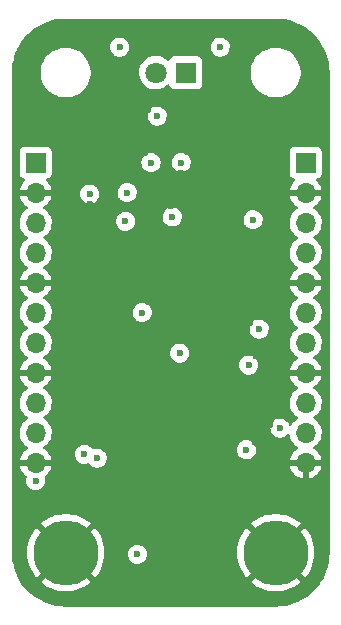
<source format=gbr>
%TF.GenerationSoftware,KiCad,Pcbnew,(6.0.9-0)*%
%TF.CreationDate,2024-06-20T10:44:05+02:00*%
%TF.ProjectId,follower-board,666f6c6c-6f77-4657-922d-626f6172642e,rev?*%
%TF.SameCoordinates,Original*%
%TF.FileFunction,Copper,L2,Inr*%
%TF.FilePolarity,Positive*%
%FSLAX46Y46*%
G04 Gerber Fmt 4.6, Leading zero omitted, Abs format (unit mm)*
G04 Created by KiCad (PCBNEW (6.0.9-0)) date 2024-06-20 10:44:05*
%MOMM*%
%LPD*%
G01*
G04 APERTURE LIST*
%TA.AperFunction,ComponentPad*%
%ADD10R,1.800000X1.800000*%
%TD*%
%TA.AperFunction,ComponentPad*%
%ADD11C,1.800000*%
%TD*%
%TA.AperFunction,ComponentPad*%
%ADD12C,5.500000*%
%TD*%
%TA.AperFunction,ComponentPad*%
%ADD13R,1.700000X1.700000*%
%TD*%
%TA.AperFunction,ComponentPad*%
%ADD14O,1.700000X1.700000*%
%TD*%
%TA.AperFunction,ViaPad*%
%ADD15C,0.600000*%
%TD*%
G04 APERTURE END LIST*
D10*
%TO.N,Net-(D3-Pad1)*%
%TO.C,D3*%
X63500000Y-43180000D03*
D11*
%TO.N,Net-(D3-Pad2)*%
X60960000Y-43180000D03*
%TD*%
D12*
%TO.N,/GND*%
%TO.C,H3*%
X71120000Y-83820000D03*
%TD*%
%TO.N,/GND*%
%TO.C,H1*%
X53340000Y-83820000D03*
%TD*%
D13*
%TO.N,/+9V*%
%TO.C,J1*%
X50800000Y-50800000D03*
D14*
%TO.N,/GND*%
X50800000Y-53340000D03*
%TO.N,/+4.5V*%
X50800000Y-55880000D03*
%TO.N,/In*%
X50800000Y-58420000D03*
%TO.N,/GND*%
X50800000Y-60960000D03*
%TO.N,/RectifiedOut*%
X50800000Y-63500000D03*
%TO.N,/FollowerOut*%
X50800000Y-66040000D03*
%TO.N,/GND*%
X50800000Y-68580000D03*
%TO.N,/ThreshIn*%
X50800000Y-71120000D03*
%TO.N,/PeakOut*%
X50800000Y-73660000D03*
%TO.N,/GND*%
X50800000Y-76200000D03*
%TD*%
D13*
%TO.N,/+9V*%
%TO.C,J2*%
X73660000Y-50800000D03*
D14*
%TO.N,/GND*%
X73660000Y-53340000D03*
%TO.N,/+4.5V*%
X73660000Y-55880000D03*
%TO.N,/In*%
X73660000Y-58420000D03*
%TO.N,/GND*%
X73660000Y-60960000D03*
%TO.N,/RectifiedOut*%
X73660000Y-63500000D03*
%TO.N,/FollowerOut*%
X73660000Y-66040000D03*
%TO.N,/GND*%
X73660000Y-68580000D03*
%TO.N,/ThreshIn*%
X73660000Y-71120000D03*
%TO.N,/PeakOut*%
X73660000Y-73660000D03*
%TO.N,/GND*%
X73660000Y-76200000D03*
%TD*%
D15*
%TO.N,Net-(C2-Pad2)*%
X63119000Y-50800000D03*
X60564500Y-50800000D03*
%TO.N,/+4.5V*%
X62992000Y-66929000D03*
X69215000Y-55626000D03*
X61087000Y-46863000D03*
X68643500Y-75120500D03*
X57912000Y-41021000D03*
X54927500Y-75501500D03*
X69723000Y-64897000D03*
X66421000Y-41021000D03*
X58547000Y-53340000D03*
X68834000Y-67945000D03*
X59412500Y-83970500D03*
%TO.N,/RectifiedOut*%
X59817000Y-63500000D03*
%TO.N,/+9V*%
X55372000Y-53467000D03*
X56007000Y-75819000D03*
X50800000Y-77724000D03*
%TO.N,/GND*%
X69342000Y-74422000D03*
X60325000Y-46355000D03*
X66040000Y-54610000D03*
X63246000Y-76200000D03*
X55372000Y-54266503D03*
X60706000Y-64149500D03*
X59436000Y-82931000D03*
X65405000Y-41021000D03*
X63119000Y-51689000D03*
X62278734Y-54434266D03*
X57404000Y-53594000D03*
X69469000Y-67183000D03*
X70612000Y-73025000D03*
X55880000Y-74803000D03*
X69088000Y-56642000D03*
X61849000Y-66929000D03*
X58928000Y-41021000D03*
X60071000Y-50000500D03*
X68961000Y-64389000D03*
%TO.N,/PeakOut*%
X71486500Y-73279000D03*
%TO.N,Net-(R6-Pad2)*%
X58401219Y-55771781D03*
X62357500Y-55399270D03*
%TD*%
%TA.AperFunction,Conductor*%
%TO.N,/GND*%
G36*
X71090018Y-38610000D02*
G01*
X71104851Y-38612310D01*
X71104855Y-38612310D01*
X71113724Y-38613691D01*
X71134183Y-38611016D01*
X71156008Y-38610072D01*
X71512937Y-38625656D01*
X71523886Y-38626614D01*
X71908379Y-38677233D01*
X71919205Y-38679142D01*
X72297822Y-38763080D01*
X72308439Y-38765925D01*
X72478702Y-38819608D01*
X72678302Y-38882542D01*
X72688615Y-38886295D01*
X73046932Y-39034715D01*
X73056876Y-39039353D01*
X73400867Y-39218423D01*
X73410387Y-39223919D01*
X73737468Y-39432292D01*
X73746472Y-39438597D01*
X74054138Y-39674678D01*
X74062558Y-39681743D01*
X74348483Y-39943744D01*
X74356256Y-39951517D01*
X74618257Y-40237442D01*
X74625322Y-40245862D01*
X74861403Y-40553528D01*
X74867708Y-40562532D01*
X75076081Y-40889613D01*
X75081576Y-40899132D01*
X75250348Y-41223338D01*
X75260643Y-41243115D01*
X75265285Y-41253068D01*
X75387895Y-41549074D01*
X75413702Y-41611377D01*
X75417458Y-41621698D01*
X75464807Y-41771869D01*
X75534075Y-41991561D01*
X75536920Y-42002178D01*
X75620858Y-42380795D01*
X75622767Y-42391621D01*
X75673386Y-42776114D01*
X75674344Y-42787063D01*
X75685521Y-43043049D01*
X75689603Y-43136552D01*
X75688223Y-43161429D01*
X75686309Y-43173724D01*
X75687473Y-43182626D01*
X75687473Y-43182628D01*
X75690436Y-43205283D01*
X75691500Y-43221621D01*
X75691500Y-83770633D01*
X75690000Y-83790018D01*
X75687690Y-83804851D01*
X75687690Y-83804855D01*
X75686309Y-83813724D01*
X75688984Y-83834183D01*
X75689928Y-83856008D01*
X75676399Y-84165866D01*
X75674344Y-84212936D01*
X75673386Y-84223886D01*
X75622767Y-84608379D01*
X75620858Y-84619205D01*
X75536920Y-84997822D01*
X75534075Y-85008439D01*
X75417461Y-85378294D01*
X75413702Y-85388623D01*
X75265289Y-85746923D01*
X75260647Y-85756876D01*
X75169591Y-85931794D01*
X75081577Y-86100867D01*
X75076081Y-86110387D01*
X74867708Y-86437468D01*
X74861403Y-86446472D01*
X74625322Y-86754138D01*
X74618257Y-86762558D01*
X74356256Y-87048483D01*
X74348483Y-87056256D01*
X74062558Y-87318257D01*
X74054138Y-87325322D01*
X73746472Y-87561403D01*
X73737468Y-87567708D01*
X73410387Y-87776081D01*
X73400868Y-87781576D01*
X73056876Y-87960647D01*
X73046932Y-87965285D01*
X72688615Y-88113705D01*
X72678302Y-88117458D01*
X72478702Y-88180392D01*
X72308439Y-88234075D01*
X72297822Y-88236920D01*
X71919205Y-88320858D01*
X71908379Y-88322767D01*
X71523886Y-88373386D01*
X71512937Y-88374344D01*
X71163446Y-88389603D01*
X71138571Y-88388223D01*
X71126276Y-88386309D01*
X71117374Y-88387473D01*
X71117372Y-88387473D01*
X71102323Y-88389441D01*
X71094714Y-88390436D01*
X71078379Y-88391500D01*
X53389367Y-88391500D01*
X53369982Y-88390000D01*
X53355149Y-88387690D01*
X53355145Y-88387690D01*
X53346276Y-88386309D01*
X53325817Y-88388984D01*
X53303992Y-88389928D01*
X52947063Y-88374344D01*
X52936114Y-88373386D01*
X52551621Y-88322767D01*
X52540795Y-88320858D01*
X52162178Y-88236920D01*
X52151561Y-88234075D01*
X51981298Y-88180392D01*
X51781698Y-88117458D01*
X51771385Y-88113705D01*
X51413068Y-87965285D01*
X51403124Y-87960647D01*
X51059132Y-87781576D01*
X51049613Y-87776081D01*
X50722532Y-87567708D01*
X50713528Y-87561403D01*
X50405862Y-87325322D01*
X50397442Y-87318257D01*
X50111517Y-87056256D01*
X50103744Y-87048483D01*
X49841743Y-86762558D01*
X49834678Y-86754138D01*
X49598597Y-86446472D01*
X49592292Y-86437468D01*
X49504326Y-86299389D01*
X51225541Y-86299389D01*
X51233678Y-86310395D01*
X51493938Y-86510099D01*
X51499537Y-86513933D01*
X51795261Y-86693736D01*
X51801251Y-86696948D01*
X52114657Y-86843758D01*
X52120961Y-86846305D01*
X52448384Y-86958406D01*
X52454935Y-86960260D01*
X52792539Y-87036342D01*
X52799258Y-87037479D01*
X53143113Y-87076657D01*
X53149903Y-87077060D01*
X53495973Y-87078872D01*
X53502774Y-87078540D01*
X53847020Y-87042966D01*
X53853748Y-87041900D01*
X54192144Y-86969353D01*
X54198693Y-86967574D01*
X54527278Y-86858905D01*
X54533620Y-86856419D01*
X54848523Y-86712910D01*
X54854577Y-86709745D01*
X55152128Y-86533073D01*
X55157809Y-86529270D01*
X55434547Y-86321489D01*
X55439771Y-86317105D01*
X55446238Y-86311053D01*
X55453118Y-86299389D01*
X69005541Y-86299389D01*
X69013678Y-86310395D01*
X69273938Y-86510099D01*
X69279537Y-86513933D01*
X69575261Y-86693736D01*
X69581251Y-86696948D01*
X69894657Y-86843758D01*
X69900961Y-86846305D01*
X70228384Y-86958406D01*
X70234935Y-86960260D01*
X70572539Y-87036342D01*
X70579258Y-87037479D01*
X70923113Y-87076657D01*
X70929903Y-87077060D01*
X71275973Y-87078872D01*
X71282774Y-87078540D01*
X71627020Y-87042966D01*
X71633748Y-87041900D01*
X71972144Y-86969353D01*
X71978693Y-86967574D01*
X72307278Y-86858905D01*
X72313620Y-86856419D01*
X72628523Y-86712910D01*
X72634577Y-86709745D01*
X72932128Y-86533073D01*
X72937809Y-86529270D01*
X73214547Y-86321489D01*
X73219771Y-86317105D01*
X73226238Y-86311053D01*
X73234307Y-86297373D01*
X73234280Y-86296649D01*
X73229136Y-86288346D01*
X71132812Y-84192022D01*
X71118868Y-84184408D01*
X71117035Y-84184539D01*
X71110420Y-84188790D01*
X69012422Y-86286788D01*
X69005541Y-86299389D01*
X55453118Y-86299389D01*
X55454307Y-86297373D01*
X55454280Y-86296649D01*
X55449136Y-86288346D01*
X53352812Y-84192022D01*
X53338868Y-84184408D01*
X53337035Y-84184539D01*
X53330420Y-84188790D01*
X51232422Y-86286788D01*
X51225541Y-86299389D01*
X49504326Y-86299389D01*
X49383919Y-86110387D01*
X49378423Y-86100867D01*
X49290409Y-85931794D01*
X49199353Y-85756876D01*
X49194711Y-85746923D01*
X49046298Y-85388623D01*
X49042539Y-85378294D01*
X48925925Y-85008439D01*
X48923080Y-84997822D01*
X48839142Y-84619205D01*
X48837233Y-84608379D01*
X48786614Y-84223886D01*
X48785656Y-84212936D01*
X48783243Y-84157659D01*
X48770561Y-83867206D01*
X48772188Y-83840805D01*
X48772769Y-83837352D01*
X48772770Y-83837345D01*
X48773576Y-83832552D01*
X48773729Y-83820000D01*
X48772584Y-83812007D01*
X50077407Y-83812007D01*
X50094917Y-84157659D01*
X50095627Y-84164415D01*
X50150363Y-84506141D01*
X50151802Y-84512796D01*
X50243122Y-84846604D01*
X50245271Y-84853065D01*
X50372110Y-85175067D01*
X50374941Y-85181250D01*
X50535815Y-85487670D01*
X50539298Y-85493513D01*
X50732321Y-85780761D01*
X50736424Y-85786205D01*
X50851911Y-85923351D01*
X50864650Y-85931794D01*
X50875094Y-85925696D01*
X52967978Y-83832812D01*
X52974356Y-83821132D01*
X53704408Y-83821132D01*
X53704539Y-83822965D01*
X53708790Y-83829580D01*
X55803553Y-85924343D01*
X55817150Y-85931768D01*
X55826761Y-85925068D01*
X55922845Y-85813360D01*
X55927003Y-85807960D01*
X56123023Y-85522751D01*
X56126570Y-85516940D01*
X56290634Y-85212238D01*
X56293541Y-85206060D01*
X56423744Y-84885411D01*
X56425958Y-84878981D01*
X56520769Y-84546143D01*
X56522276Y-84539513D01*
X56580590Y-84198362D01*
X56581370Y-84191622D01*
X56595588Y-83959140D01*
X58598963Y-83959140D01*
X58616663Y-84139660D01*
X58673918Y-84311773D01*
X58677565Y-84317795D01*
X58677566Y-84317797D01*
X58688478Y-84335814D01*
X58767880Y-84466924D01*
X58893882Y-84597402D01*
X59045659Y-84696722D01*
X59052263Y-84699178D01*
X59052265Y-84699179D01*
X59209058Y-84757490D01*
X59209060Y-84757490D01*
X59215668Y-84759948D01*
X59299495Y-84771133D01*
X59388480Y-84783007D01*
X59388484Y-84783007D01*
X59395461Y-84783938D01*
X59402472Y-84783300D01*
X59402476Y-84783300D01*
X59544959Y-84770332D01*
X59576100Y-84767498D01*
X59582802Y-84765320D01*
X59582804Y-84765320D01*
X59741909Y-84713624D01*
X59741912Y-84713623D01*
X59748608Y-84711447D01*
X59904412Y-84618569D01*
X60035766Y-84493482D01*
X60136143Y-84342402D01*
X60177923Y-84232417D01*
X60198055Y-84179420D01*
X60198056Y-84179418D01*
X60200555Y-84172838D01*
X60202688Y-84157659D01*
X60225248Y-83997139D01*
X60225248Y-83997136D01*
X60225799Y-83993217D01*
X60226116Y-83970500D01*
X60208338Y-83812007D01*
X67857407Y-83812007D01*
X67874917Y-84157659D01*
X67875627Y-84164415D01*
X67930363Y-84506141D01*
X67931802Y-84512796D01*
X68023122Y-84846604D01*
X68025271Y-84853065D01*
X68152110Y-85175067D01*
X68154941Y-85181250D01*
X68315815Y-85487670D01*
X68319298Y-85493513D01*
X68512321Y-85780761D01*
X68516424Y-85786205D01*
X68631911Y-85923351D01*
X68644650Y-85931794D01*
X68655094Y-85925696D01*
X70747978Y-83832812D01*
X70754356Y-83821132D01*
X71484408Y-83821132D01*
X71484539Y-83822965D01*
X71488790Y-83829580D01*
X73583553Y-85924343D01*
X73597150Y-85931768D01*
X73606761Y-85925068D01*
X73702845Y-85813360D01*
X73707003Y-85807960D01*
X73903023Y-85522751D01*
X73906570Y-85516940D01*
X74070634Y-85212238D01*
X74073541Y-85206060D01*
X74203744Y-84885411D01*
X74205958Y-84878981D01*
X74300769Y-84546143D01*
X74302276Y-84539513D01*
X74360590Y-84198362D01*
X74361370Y-84191622D01*
X74382595Y-83844576D01*
X74382711Y-83840973D01*
X74382779Y-83821819D01*
X74382687Y-83818194D01*
X74363885Y-83471023D01*
X74363150Y-83464257D01*
X74307224Y-83122738D01*
X74305757Y-83116066D01*
X74213278Y-82782597D01*
X74211104Y-82776134D01*
X74083143Y-82454583D01*
X74080290Y-82448409D01*
X73918343Y-82142545D01*
X73914849Y-82136728D01*
X73720813Y-81850140D01*
X73716699Y-81844721D01*
X73608090Y-81716653D01*
X73595265Y-81708217D01*
X73584940Y-81714270D01*
X71492022Y-83807188D01*
X71484408Y-83821132D01*
X70754356Y-83821132D01*
X70755592Y-83818868D01*
X70755461Y-83817035D01*
X70751210Y-83810420D01*
X68656457Y-81715667D01*
X68642920Y-81708275D01*
X68633219Y-81715063D01*
X68530220Y-81835659D01*
X68526066Y-81841092D01*
X68331056Y-82126965D01*
X68327521Y-82132802D01*
X68164518Y-82438080D01*
X68161642Y-82444249D01*
X68032558Y-82765355D01*
X68030365Y-82771795D01*
X67936714Y-83104968D01*
X67935231Y-83111603D01*
X67878112Y-83452936D01*
X67877353Y-83459708D01*
X67857431Y-83805212D01*
X67857407Y-83812007D01*
X60208338Y-83812007D01*
X60205897Y-83790245D01*
X60202464Y-83780386D01*
X60148564Y-83625606D01*
X60148562Y-83625603D01*
X60146245Y-83618948D01*
X60050126Y-83465124D01*
X60041335Y-83456271D01*
X59927278Y-83341415D01*
X59927274Y-83341412D01*
X59922315Y-83336418D01*
X59911197Y-83329362D01*
X59863038Y-83298800D01*
X59769166Y-83239227D01*
X59739963Y-83228828D01*
X59604925Y-83180743D01*
X59604920Y-83180742D01*
X59598290Y-83178381D01*
X59591302Y-83177548D01*
X59591299Y-83177547D01*
X59468198Y-83162868D01*
X59418180Y-83156904D01*
X59411177Y-83157640D01*
X59411176Y-83157640D01*
X59244788Y-83175128D01*
X59244786Y-83175129D01*
X59237788Y-83175864D01*
X59066079Y-83234318D01*
X59060075Y-83238012D01*
X58917595Y-83325666D01*
X58917592Y-83325668D01*
X58911588Y-83329362D01*
X58906553Y-83334293D01*
X58906550Y-83334295D01*
X58787161Y-83451210D01*
X58781993Y-83456271D01*
X58683735Y-83608738D01*
X58681326Y-83615358D01*
X58681324Y-83615361D01*
X58624810Y-83770633D01*
X58621697Y-83779185D01*
X58598963Y-83959140D01*
X56595588Y-83959140D01*
X56602595Y-83844576D01*
X56602711Y-83840973D01*
X56602779Y-83821819D01*
X56602687Y-83818194D01*
X56583885Y-83471023D01*
X56583150Y-83464257D01*
X56527224Y-83122738D01*
X56525757Y-83116066D01*
X56433278Y-82782597D01*
X56431104Y-82776134D01*
X56303143Y-82454583D01*
X56300290Y-82448409D01*
X56138343Y-82142545D01*
X56134849Y-82136728D01*
X55940813Y-81850140D01*
X55936699Y-81844721D01*
X55828090Y-81716653D01*
X55815265Y-81708217D01*
X55804940Y-81714270D01*
X53712022Y-83807188D01*
X53704408Y-83821132D01*
X52974356Y-83821132D01*
X52975592Y-83818868D01*
X52975461Y-83817035D01*
X52971210Y-83810420D01*
X50876457Y-81715667D01*
X50862920Y-81708275D01*
X50853219Y-81715063D01*
X50750220Y-81835659D01*
X50746066Y-81841092D01*
X50551056Y-82126965D01*
X50547521Y-82132802D01*
X50384518Y-82438080D01*
X50381642Y-82444249D01*
X50252558Y-82765355D01*
X50250365Y-82771795D01*
X50156714Y-83104968D01*
X50155231Y-83111603D01*
X50098112Y-83452936D01*
X50097353Y-83459708D01*
X50077431Y-83805212D01*
X50077407Y-83812007D01*
X48772584Y-83812007D01*
X48769773Y-83792376D01*
X48768500Y-83774514D01*
X48768500Y-81342234D01*
X51225322Y-81342234D01*
X51225357Y-81343075D01*
X51230410Y-81351200D01*
X53327188Y-83447978D01*
X53341132Y-83455592D01*
X53342965Y-83455461D01*
X53349580Y-83451210D01*
X55447431Y-81353359D01*
X55453506Y-81342234D01*
X69005322Y-81342234D01*
X69005357Y-81343075D01*
X69010410Y-81351200D01*
X71107188Y-83447978D01*
X71121132Y-83455592D01*
X71122965Y-83455461D01*
X71129580Y-83451210D01*
X73227431Y-81353359D01*
X73235045Y-81339415D01*
X73234977Y-81338460D01*
X73231024Y-81332482D01*
X72956667Y-81123479D01*
X72951041Y-81119655D01*
X72654706Y-80940894D01*
X72648694Y-80937697D01*
X72334774Y-80791980D01*
X72328474Y-80789460D01*
X72000664Y-80678503D01*
X71994086Y-80676667D01*
X71656237Y-80601768D01*
X71649499Y-80600652D01*
X71305515Y-80562675D01*
X71298735Y-80562296D01*
X70952636Y-80561693D01*
X70945863Y-80562048D01*
X70601726Y-80598825D01*
X70595016Y-80599912D01*
X70256883Y-80673637D01*
X70250308Y-80675448D01*
X69922117Y-80785259D01*
X69915795Y-80787762D01*
X69601388Y-80932373D01*
X69595345Y-80935559D01*
X69298402Y-81113276D01*
X69292756Y-81117085D01*
X69016726Y-81325844D01*
X69013140Y-81328875D01*
X69005322Y-81342234D01*
X55453506Y-81342234D01*
X55455045Y-81339415D01*
X55454977Y-81338460D01*
X55451024Y-81332482D01*
X55176667Y-81123479D01*
X55171041Y-81119655D01*
X54874706Y-80940894D01*
X54868694Y-80937697D01*
X54554774Y-80791980D01*
X54548474Y-80789460D01*
X54220664Y-80678503D01*
X54214086Y-80676667D01*
X53876237Y-80601768D01*
X53869499Y-80600652D01*
X53525515Y-80562675D01*
X53518735Y-80562296D01*
X53172636Y-80561693D01*
X53165863Y-80562048D01*
X52821726Y-80598825D01*
X52815016Y-80599912D01*
X52476883Y-80673637D01*
X52470308Y-80675448D01*
X52142117Y-80785259D01*
X52135795Y-80787762D01*
X51821388Y-80932373D01*
X51815345Y-80935559D01*
X51518402Y-81113276D01*
X51512756Y-81117085D01*
X51236726Y-81325844D01*
X51233140Y-81328875D01*
X51225322Y-81342234D01*
X48768500Y-81342234D01*
X48768500Y-76467966D01*
X49468257Y-76467966D01*
X49498565Y-76602446D01*
X49501645Y-76612275D01*
X49581770Y-76809603D01*
X49586413Y-76818794D01*
X49697694Y-77000388D01*
X49703777Y-77008699D01*
X49843213Y-77169667D01*
X49850580Y-77176883D01*
X50003580Y-77303906D01*
X50043215Y-77362809D01*
X50044713Y-77433790D01*
X50041497Y-77443943D01*
X50009197Y-77532685D01*
X49986463Y-77712640D01*
X50004163Y-77893160D01*
X50061418Y-78065273D01*
X50065065Y-78071295D01*
X50065066Y-78071297D01*
X50075978Y-78089314D01*
X50155380Y-78220424D01*
X50281382Y-78350902D01*
X50433159Y-78450222D01*
X50439763Y-78452678D01*
X50439765Y-78452679D01*
X50596558Y-78510990D01*
X50596560Y-78510990D01*
X50603168Y-78513448D01*
X50686995Y-78524633D01*
X50775980Y-78536507D01*
X50775984Y-78536507D01*
X50782961Y-78537438D01*
X50789972Y-78536800D01*
X50789976Y-78536800D01*
X50932459Y-78523832D01*
X50963600Y-78520998D01*
X50970302Y-78518820D01*
X50970304Y-78518820D01*
X51129409Y-78467124D01*
X51129412Y-78467123D01*
X51136108Y-78464947D01*
X51291912Y-78372069D01*
X51423266Y-78246982D01*
X51523643Y-78095902D01*
X51588055Y-77926338D01*
X51589035Y-77919366D01*
X51612748Y-77750639D01*
X51612748Y-77750636D01*
X51613299Y-77746717D01*
X51613616Y-77724000D01*
X51593397Y-77543745D01*
X51589546Y-77532685D01*
X51557083Y-77439466D01*
X51553569Y-77368557D01*
X51588950Y-77307004D01*
X51602905Y-77295451D01*
X51675325Y-77243794D01*
X51683200Y-77237139D01*
X51834052Y-77086812D01*
X51840730Y-77078965D01*
X51965003Y-76906020D01*
X51970313Y-76897183D01*
X52064670Y-76706267D01*
X52068469Y-76696672D01*
X52130377Y-76492910D01*
X52132555Y-76482837D01*
X52133986Y-76471962D01*
X52131775Y-76457778D01*
X52118617Y-76454000D01*
X49483225Y-76454000D01*
X49469694Y-76457973D01*
X49468257Y-76467966D01*
X48768500Y-76467966D01*
X48768500Y-73626695D01*
X49437251Y-73626695D01*
X49437548Y-73631848D01*
X49437548Y-73631851D01*
X49443011Y-73726590D01*
X49450110Y-73849715D01*
X49451247Y-73854761D01*
X49451248Y-73854767D01*
X49454716Y-73870154D01*
X49499222Y-74067639D01*
X49583266Y-74274616D01*
X49699987Y-74465088D01*
X49846250Y-74633938D01*
X49934090Y-74706864D01*
X50008871Y-74768948D01*
X50018126Y-74776632D01*
X50091955Y-74819774D01*
X50140679Y-74871412D01*
X50153750Y-74941195D01*
X50127019Y-75006967D01*
X50086562Y-75040327D01*
X50078457Y-75044546D01*
X50069738Y-75050036D01*
X49899433Y-75177905D01*
X49891726Y-75184748D01*
X49744590Y-75338717D01*
X49738104Y-75346727D01*
X49618098Y-75522649D01*
X49613000Y-75531623D01*
X49523338Y-75724783D01*
X49519775Y-75734470D01*
X49464389Y-75934183D01*
X49465912Y-75942607D01*
X49478292Y-75946000D01*
X52118344Y-75946000D01*
X52131875Y-75942027D01*
X52133180Y-75932947D01*
X52091214Y-75765875D01*
X52087894Y-75756124D01*
X52002972Y-75560814D01*
X51998105Y-75551739D01*
X51958255Y-75490140D01*
X54113963Y-75490140D01*
X54131663Y-75670660D01*
X54188918Y-75842773D01*
X54192565Y-75848795D01*
X54192566Y-75848797D01*
X54243743Y-75933300D01*
X54282880Y-75997924D01*
X54408882Y-76128402D01*
X54560659Y-76227722D01*
X54567263Y-76230178D01*
X54567265Y-76230179D01*
X54724058Y-76288490D01*
X54724060Y-76288490D01*
X54730668Y-76290948D01*
X54814495Y-76302133D01*
X54903480Y-76314007D01*
X54903484Y-76314007D01*
X54910461Y-76314938D01*
X54917472Y-76314300D01*
X54917476Y-76314300D01*
X55059959Y-76301332D01*
X55091100Y-76298498D01*
X55097802Y-76296320D01*
X55097804Y-76296320D01*
X55168298Y-76273415D01*
X55214233Y-76258490D01*
X55285200Y-76256462D01*
X55345997Y-76293125D01*
X55354169Y-76304021D01*
X55354433Y-76303818D01*
X55358733Y-76309401D01*
X55362380Y-76315424D01*
X55488382Y-76445902D01*
X55640159Y-76545222D01*
X55646763Y-76547678D01*
X55646765Y-76547679D01*
X55803558Y-76605990D01*
X55803560Y-76605990D01*
X55810168Y-76608448D01*
X55893995Y-76619633D01*
X55982980Y-76631507D01*
X55982984Y-76631507D01*
X55989961Y-76632438D01*
X55996972Y-76631800D01*
X55996976Y-76631800D01*
X56139459Y-76618832D01*
X56170600Y-76615998D01*
X56177302Y-76613820D01*
X56177304Y-76613820D01*
X56336409Y-76562124D01*
X56336412Y-76562123D01*
X56343108Y-76559947D01*
X56439513Y-76502478D01*
X56492860Y-76470677D01*
X56492862Y-76470676D01*
X56497407Y-76467966D01*
X72328257Y-76467966D01*
X72358565Y-76602446D01*
X72361645Y-76612275D01*
X72441770Y-76809603D01*
X72446413Y-76818794D01*
X72557694Y-77000388D01*
X72563777Y-77008699D01*
X72703213Y-77169667D01*
X72710580Y-77176883D01*
X72874434Y-77312916D01*
X72882881Y-77318831D01*
X73066756Y-77426279D01*
X73076042Y-77430729D01*
X73275001Y-77506703D01*
X73284899Y-77509579D01*
X73388250Y-77530606D01*
X73402299Y-77529410D01*
X73406000Y-77519065D01*
X73406000Y-77518517D01*
X73914000Y-77518517D01*
X73918064Y-77532359D01*
X73931478Y-77534393D01*
X73938184Y-77533534D01*
X73948262Y-77531392D01*
X74152255Y-77470191D01*
X74161842Y-77466433D01*
X74353095Y-77372739D01*
X74361945Y-77367464D01*
X74535328Y-77243792D01*
X74543200Y-77237139D01*
X74694052Y-77086812D01*
X74700730Y-77078965D01*
X74825003Y-76906020D01*
X74830313Y-76897183D01*
X74924670Y-76706267D01*
X74928469Y-76696672D01*
X74990377Y-76492910D01*
X74992555Y-76482837D01*
X74993986Y-76471962D01*
X74991775Y-76457778D01*
X74978617Y-76454000D01*
X73932115Y-76454000D01*
X73916876Y-76458475D01*
X73915671Y-76459865D01*
X73914000Y-76467548D01*
X73914000Y-77518517D01*
X73406000Y-77518517D01*
X73406000Y-76472115D01*
X73401525Y-76456876D01*
X73400135Y-76455671D01*
X73392452Y-76454000D01*
X72343225Y-76454000D01*
X72329694Y-76457973D01*
X72328257Y-76467966D01*
X56497407Y-76467966D01*
X56498912Y-76467069D01*
X56630266Y-76341982D01*
X56730643Y-76190902D01*
X56795055Y-76021338D01*
X56806120Y-75942607D01*
X56819748Y-75845639D01*
X56819748Y-75845636D01*
X56820299Y-75841717D01*
X56820616Y-75819000D01*
X56800397Y-75638745D01*
X56773259Y-75560814D01*
X56743064Y-75474106D01*
X56743062Y-75474103D01*
X56740745Y-75467448D01*
X56654496Y-75329420D01*
X56648359Y-75319598D01*
X56644626Y-75313624D01*
X56620829Y-75289660D01*
X56521778Y-75189915D01*
X56521774Y-75189912D01*
X56516815Y-75184918D01*
X56505765Y-75177905D01*
X56456059Y-75146361D01*
X56397408Y-75109140D01*
X67829963Y-75109140D01*
X67847663Y-75289660D01*
X67904918Y-75461773D01*
X67908565Y-75467795D01*
X67908566Y-75467797D01*
X67941786Y-75522649D01*
X67998880Y-75616924D01*
X68003769Y-75621987D01*
X68003770Y-75621988D01*
X68057227Y-75677344D01*
X68124882Y-75747402D01*
X68130778Y-75751260D01*
X68269011Y-75841717D01*
X68276659Y-75846722D01*
X68283263Y-75849178D01*
X68283265Y-75849179D01*
X68440058Y-75907490D01*
X68440060Y-75907490D01*
X68446668Y-75909948D01*
X68530495Y-75921133D01*
X68619480Y-75933007D01*
X68619484Y-75933007D01*
X68626461Y-75933938D01*
X68633472Y-75933300D01*
X68633476Y-75933300D01*
X68775959Y-75920332D01*
X68807100Y-75917498D01*
X68813802Y-75915320D01*
X68813804Y-75915320D01*
X68972909Y-75863624D01*
X68972912Y-75863623D01*
X68979608Y-75861447D01*
X69135412Y-75768569D01*
X69266766Y-75643482D01*
X69367143Y-75492402D01*
X69415631Y-75364757D01*
X69429055Y-75329420D01*
X69429056Y-75329418D01*
X69431555Y-75322838D01*
X69433552Y-75308627D01*
X69456248Y-75147139D01*
X69456248Y-75147136D01*
X69456799Y-75143217D01*
X69457116Y-75120500D01*
X69436897Y-74940245D01*
X69434580Y-74933591D01*
X69379564Y-74775606D01*
X69379562Y-74775603D01*
X69377245Y-74768948D01*
X69327125Y-74688738D01*
X69284859Y-74621098D01*
X69281126Y-74615124D01*
X69213612Y-74547137D01*
X69158278Y-74491415D01*
X69158274Y-74491412D01*
X69153315Y-74486418D01*
X69142197Y-74479362D01*
X69094038Y-74448800D01*
X69000166Y-74389227D01*
X68923920Y-74362077D01*
X68835925Y-74330743D01*
X68835920Y-74330742D01*
X68829290Y-74328381D01*
X68822302Y-74327548D01*
X68822299Y-74327547D01*
X68699198Y-74312868D01*
X68649180Y-74306904D01*
X68642177Y-74307640D01*
X68642176Y-74307640D01*
X68475788Y-74325128D01*
X68475786Y-74325129D01*
X68468788Y-74325864D01*
X68297079Y-74384318D01*
X68291075Y-74388012D01*
X68148595Y-74475666D01*
X68148592Y-74475668D01*
X68142588Y-74479362D01*
X68137553Y-74484293D01*
X68137550Y-74484295D01*
X68018025Y-74601343D01*
X68012993Y-74606271D01*
X67914735Y-74758738D01*
X67912326Y-74765358D01*
X67912324Y-74765361D01*
X67867200Y-74889338D01*
X67852697Y-74929185D01*
X67829963Y-75109140D01*
X56397408Y-75109140D01*
X56363666Y-75087727D01*
X56334463Y-75077328D01*
X56199425Y-75029243D01*
X56199420Y-75029242D01*
X56192790Y-75026881D01*
X56185802Y-75026048D01*
X56185799Y-75026047D01*
X56048799Y-75009711D01*
X56012680Y-75005404D01*
X56005677Y-75006140D01*
X56005676Y-75006140D01*
X55839288Y-75023628D01*
X55839286Y-75023629D01*
X55832288Y-75024364D01*
X55721077Y-75062223D01*
X55650145Y-75065241D01*
X55588841Y-75029431D01*
X55573616Y-75009711D01*
X55568860Y-75002100D01*
X55565126Y-74996124D01*
X55500947Y-74931496D01*
X55442278Y-74872415D01*
X55442274Y-74872412D01*
X55437315Y-74867418D01*
X55426197Y-74860362D01*
X55298371Y-74779242D01*
X55284166Y-74770227D01*
X55235259Y-74752812D01*
X55119925Y-74711743D01*
X55119920Y-74711742D01*
X55113290Y-74709381D01*
X55106302Y-74708548D01*
X55106299Y-74708547D01*
X54983198Y-74693868D01*
X54933180Y-74687904D01*
X54926177Y-74688640D01*
X54926176Y-74688640D01*
X54759788Y-74706128D01*
X54759786Y-74706129D01*
X54752788Y-74706864D01*
X54581079Y-74765318D01*
X54558446Y-74779242D01*
X54432595Y-74856666D01*
X54432592Y-74856668D01*
X54426588Y-74860362D01*
X54421553Y-74865293D01*
X54421550Y-74865295D01*
X54356308Y-74929185D01*
X54296993Y-74987271D01*
X54198735Y-75139738D01*
X54196326Y-75146358D01*
X54196324Y-75146361D01*
X54141735Y-75296344D01*
X54136697Y-75310185D01*
X54113963Y-75490140D01*
X51958255Y-75490140D01*
X51882426Y-75372926D01*
X51876136Y-75364757D01*
X51732806Y-75207240D01*
X51725273Y-75200215D01*
X51558139Y-75068222D01*
X51549556Y-75062520D01*
X51512602Y-75042120D01*
X51462631Y-74991687D01*
X51447859Y-74922245D01*
X51472975Y-74855839D01*
X51500327Y-74829232D01*
X51523797Y-74812491D01*
X51679860Y-74701173D01*
X51693176Y-74687904D01*
X51834435Y-74547137D01*
X51838096Y-74543489D01*
X51879106Y-74486418D01*
X51965435Y-74366277D01*
X51968453Y-74362077D01*
X51985107Y-74328381D01*
X52065136Y-74166453D01*
X52065137Y-74166451D01*
X52067430Y-74161811D01*
X52132370Y-73948069D01*
X52161529Y-73726590D01*
X52163156Y-73660000D01*
X52144852Y-73437361D01*
X52102221Y-73267640D01*
X70672963Y-73267640D01*
X70690663Y-73448160D01*
X70747918Y-73620273D01*
X70751565Y-73626295D01*
X70751566Y-73626297D01*
X70814315Y-73729908D01*
X70841880Y-73775424D01*
X70967882Y-73905902D01*
X71119659Y-74005222D01*
X71126263Y-74007678D01*
X71126265Y-74007679D01*
X71283058Y-74065990D01*
X71283060Y-74065990D01*
X71289668Y-74068448D01*
X71373495Y-74079633D01*
X71462480Y-74091507D01*
X71462484Y-74091507D01*
X71469461Y-74092438D01*
X71476472Y-74091800D01*
X71476476Y-74091800D01*
X71618959Y-74078832D01*
X71650100Y-74075998D01*
X71656802Y-74073820D01*
X71656804Y-74073820D01*
X71815909Y-74022124D01*
X71815912Y-74022123D01*
X71822608Y-74019947D01*
X71978412Y-73927069D01*
X71983518Y-73922207D01*
X72104907Y-73806610D01*
X72168032Y-73774117D01*
X72238702Y-73780910D01*
X72294482Y-73824833D01*
X72314716Y-73870154D01*
X72359222Y-74067639D01*
X72443266Y-74274616D01*
X72559987Y-74465088D01*
X72706250Y-74633938D01*
X72794090Y-74706864D01*
X72868871Y-74768948D01*
X72878126Y-74776632D01*
X72951955Y-74819774D01*
X73000679Y-74871412D01*
X73013750Y-74941195D01*
X72987019Y-75006967D01*
X72946562Y-75040327D01*
X72938457Y-75044546D01*
X72929738Y-75050036D01*
X72759433Y-75177905D01*
X72751726Y-75184748D01*
X72604590Y-75338717D01*
X72598104Y-75346727D01*
X72478098Y-75522649D01*
X72473000Y-75531623D01*
X72383338Y-75724783D01*
X72379775Y-75734470D01*
X72324389Y-75934183D01*
X72325912Y-75942607D01*
X72338292Y-75946000D01*
X74978344Y-75946000D01*
X74991875Y-75942027D01*
X74993180Y-75932947D01*
X74951214Y-75765875D01*
X74947894Y-75756124D01*
X74862972Y-75560814D01*
X74858105Y-75551739D01*
X74742426Y-75372926D01*
X74736136Y-75364757D01*
X74592806Y-75207240D01*
X74585273Y-75200215D01*
X74418139Y-75068222D01*
X74409556Y-75062520D01*
X74372602Y-75042120D01*
X74322631Y-74991687D01*
X74307859Y-74922245D01*
X74332975Y-74855839D01*
X74360327Y-74829232D01*
X74383797Y-74812491D01*
X74539860Y-74701173D01*
X74553176Y-74687904D01*
X74694435Y-74547137D01*
X74698096Y-74543489D01*
X74739106Y-74486418D01*
X74825435Y-74366277D01*
X74828453Y-74362077D01*
X74845107Y-74328381D01*
X74925136Y-74166453D01*
X74925137Y-74166451D01*
X74927430Y-74161811D01*
X74992370Y-73948069D01*
X75021529Y-73726590D01*
X75023156Y-73660000D01*
X75004852Y-73437361D01*
X74950431Y-73220702D01*
X74861354Y-73015840D01*
X74800303Y-72921469D01*
X74742822Y-72832617D01*
X74742820Y-72832614D01*
X74740014Y-72828277D01*
X74589670Y-72663051D01*
X74585619Y-72659852D01*
X74585615Y-72659848D01*
X74418414Y-72527800D01*
X74418410Y-72527798D01*
X74414359Y-72524598D01*
X74373053Y-72501796D01*
X74323084Y-72451364D01*
X74308312Y-72381921D01*
X74333428Y-72315516D01*
X74360780Y-72288909D01*
X74404603Y-72257650D01*
X74539860Y-72161173D01*
X74698096Y-72003489D01*
X74757594Y-71920689D01*
X74825435Y-71826277D01*
X74828453Y-71822077D01*
X74927430Y-71621811D01*
X74992370Y-71408069D01*
X75021529Y-71186590D01*
X75023156Y-71120000D01*
X75004852Y-70897361D01*
X74950431Y-70680702D01*
X74861354Y-70475840D01*
X74740014Y-70288277D01*
X74589670Y-70123051D01*
X74585619Y-70119852D01*
X74585615Y-70119848D01*
X74418414Y-69987800D01*
X74418410Y-69987798D01*
X74414359Y-69984598D01*
X74372569Y-69961529D01*
X74322598Y-69911097D01*
X74307826Y-69841654D01*
X74332942Y-69775248D01*
X74360294Y-69748641D01*
X74535328Y-69623792D01*
X74543200Y-69617139D01*
X74694052Y-69466812D01*
X74700730Y-69458965D01*
X74825003Y-69286020D01*
X74830313Y-69277183D01*
X74924670Y-69086267D01*
X74928469Y-69076672D01*
X74990377Y-68872910D01*
X74992555Y-68862837D01*
X74993986Y-68851962D01*
X74991775Y-68837778D01*
X74978617Y-68834000D01*
X72343225Y-68834000D01*
X72329694Y-68837973D01*
X72328257Y-68847966D01*
X72358565Y-68982446D01*
X72361645Y-68992275D01*
X72441770Y-69189603D01*
X72446413Y-69198794D01*
X72557694Y-69380388D01*
X72563777Y-69388699D01*
X72703213Y-69549667D01*
X72710580Y-69556883D01*
X72874434Y-69692916D01*
X72882881Y-69698831D01*
X72951969Y-69739203D01*
X73000693Y-69790842D01*
X73013764Y-69860625D01*
X72987033Y-69926396D01*
X72946584Y-69959752D01*
X72933607Y-69966507D01*
X72929474Y-69969610D01*
X72929471Y-69969612D01*
X72905247Y-69987800D01*
X72754965Y-70100635D01*
X72600629Y-70262138D01*
X72474743Y-70446680D01*
X72380688Y-70649305D01*
X72320989Y-70864570D01*
X72297251Y-71086695D01*
X72297548Y-71091848D01*
X72297548Y-71091851D01*
X72303011Y-71186590D01*
X72310110Y-71309715D01*
X72311247Y-71314761D01*
X72311248Y-71314767D01*
X72331119Y-71402939D01*
X72359222Y-71527639D01*
X72443266Y-71734616D01*
X72559987Y-71925088D01*
X72706250Y-72093938D01*
X72878126Y-72236632D01*
X72948595Y-72277811D01*
X72951445Y-72279476D01*
X73000169Y-72331114D01*
X73013240Y-72400897D01*
X72986509Y-72466669D01*
X72946055Y-72500027D01*
X72933607Y-72506507D01*
X72929474Y-72509610D01*
X72929471Y-72509612D01*
X72759100Y-72637530D01*
X72754965Y-72640635D01*
X72751393Y-72644373D01*
X72630679Y-72770693D01*
X72600629Y-72802138D01*
X72474743Y-72986680D01*
X72472565Y-72991371D01*
X72472561Y-72991379D01*
X72472094Y-72992386D01*
X72471797Y-72992724D01*
X72470010Y-72995870D01*
X72469361Y-72995501D01*
X72425271Y-73045753D01*
X72357028Y-73065335D01*
X72289032Y-73044912D01*
X72242871Y-72990971D01*
X72238815Y-72980774D01*
X72222564Y-72934106D01*
X72222562Y-72934103D01*
X72220245Y-72927448D01*
X72124126Y-72773624D01*
X72110441Y-72759843D01*
X72001278Y-72649915D01*
X72001274Y-72649912D01*
X71996315Y-72644918D01*
X71989567Y-72640635D01*
X71937038Y-72607300D01*
X71843166Y-72547727D01*
X71813963Y-72537328D01*
X71678925Y-72489243D01*
X71678920Y-72489242D01*
X71672290Y-72486881D01*
X71665302Y-72486048D01*
X71665299Y-72486047D01*
X71542198Y-72471368D01*
X71492180Y-72465404D01*
X71485177Y-72466140D01*
X71485176Y-72466140D01*
X71318788Y-72483628D01*
X71318786Y-72483629D01*
X71311788Y-72484364D01*
X71140079Y-72542818D01*
X71134075Y-72546512D01*
X70991595Y-72634166D01*
X70991592Y-72634168D01*
X70985588Y-72637862D01*
X70980553Y-72642793D01*
X70980550Y-72642795D01*
X70955966Y-72666870D01*
X70855993Y-72764771D01*
X70757735Y-72917238D01*
X70755326Y-72923858D01*
X70755324Y-72923861D01*
X70711265Y-73044912D01*
X70695697Y-73087685D01*
X70672963Y-73267640D01*
X52102221Y-73267640D01*
X52090431Y-73220702D01*
X52001354Y-73015840D01*
X51940303Y-72921469D01*
X51882822Y-72832617D01*
X51882820Y-72832614D01*
X51880014Y-72828277D01*
X51729670Y-72663051D01*
X51725619Y-72659852D01*
X51725615Y-72659848D01*
X51558414Y-72527800D01*
X51558410Y-72527798D01*
X51554359Y-72524598D01*
X51513053Y-72501796D01*
X51463084Y-72451364D01*
X51448312Y-72381921D01*
X51473428Y-72315516D01*
X51500780Y-72288909D01*
X51544603Y-72257650D01*
X51679860Y-72161173D01*
X51838096Y-72003489D01*
X51897594Y-71920689D01*
X51965435Y-71826277D01*
X51968453Y-71822077D01*
X52067430Y-71621811D01*
X52132370Y-71408069D01*
X52161529Y-71186590D01*
X52163156Y-71120000D01*
X52144852Y-70897361D01*
X52090431Y-70680702D01*
X52001354Y-70475840D01*
X51880014Y-70288277D01*
X51729670Y-70123051D01*
X51725619Y-70119852D01*
X51725615Y-70119848D01*
X51558414Y-69987800D01*
X51558410Y-69987798D01*
X51554359Y-69984598D01*
X51512569Y-69961529D01*
X51462598Y-69911097D01*
X51447826Y-69841654D01*
X51472942Y-69775248D01*
X51500294Y-69748641D01*
X51675328Y-69623792D01*
X51683200Y-69617139D01*
X51834052Y-69466812D01*
X51840730Y-69458965D01*
X51965003Y-69286020D01*
X51970313Y-69277183D01*
X52064670Y-69086267D01*
X52068469Y-69076672D01*
X52130377Y-68872910D01*
X52132555Y-68862837D01*
X52133986Y-68851962D01*
X52131775Y-68837778D01*
X52118617Y-68834000D01*
X49483225Y-68834000D01*
X49469694Y-68837973D01*
X49468257Y-68847966D01*
X49498565Y-68982446D01*
X49501645Y-68992275D01*
X49581770Y-69189603D01*
X49586413Y-69198794D01*
X49697694Y-69380388D01*
X49703777Y-69388699D01*
X49843213Y-69549667D01*
X49850580Y-69556883D01*
X50014434Y-69692916D01*
X50022881Y-69698831D01*
X50091969Y-69739203D01*
X50140693Y-69790842D01*
X50153764Y-69860625D01*
X50127033Y-69926396D01*
X50086584Y-69959752D01*
X50073607Y-69966507D01*
X50069474Y-69969610D01*
X50069471Y-69969612D01*
X50045247Y-69987800D01*
X49894965Y-70100635D01*
X49740629Y-70262138D01*
X49614743Y-70446680D01*
X49520688Y-70649305D01*
X49460989Y-70864570D01*
X49437251Y-71086695D01*
X49437548Y-71091848D01*
X49437548Y-71091851D01*
X49443011Y-71186590D01*
X49450110Y-71309715D01*
X49451247Y-71314761D01*
X49451248Y-71314767D01*
X49471119Y-71402939D01*
X49499222Y-71527639D01*
X49583266Y-71734616D01*
X49699987Y-71925088D01*
X49846250Y-72093938D01*
X50018126Y-72236632D01*
X50088595Y-72277811D01*
X50091445Y-72279476D01*
X50140169Y-72331114D01*
X50153240Y-72400897D01*
X50126509Y-72466669D01*
X50086055Y-72500027D01*
X50073607Y-72506507D01*
X50069474Y-72509610D01*
X50069471Y-72509612D01*
X49899100Y-72637530D01*
X49894965Y-72640635D01*
X49891393Y-72644373D01*
X49770679Y-72770693D01*
X49740629Y-72802138D01*
X49614743Y-72986680D01*
X49520688Y-73189305D01*
X49460989Y-73404570D01*
X49437251Y-73626695D01*
X48768500Y-73626695D01*
X48768500Y-66006695D01*
X49437251Y-66006695D01*
X49437548Y-66011848D01*
X49437548Y-66011851D01*
X49449812Y-66224547D01*
X49450110Y-66229715D01*
X49451247Y-66234761D01*
X49451248Y-66234767D01*
X49464326Y-66292795D01*
X49499222Y-66447639D01*
X49583266Y-66654616D01*
X49699987Y-66845088D01*
X49846250Y-67013938D01*
X50018126Y-67156632D01*
X50091955Y-67199774D01*
X50140679Y-67251412D01*
X50153750Y-67321195D01*
X50127019Y-67386967D01*
X50086562Y-67420327D01*
X50078457Y-67424546D01*
X50069738Y-67430036D01*
X49899433Y-67557905D01*
X49891726Y-67564748D01*
X49744590Y-67718717D01*
X49738104Y-67726727D01*
X49618098Y-67902649D01*
X49613000Y-67911623D01*
X49523338Y-68104783D01*
X49519775Y-68114470D01*
X49464389Y-68314183D01*
X49465912Y-68322607D01*
X49478292Y-68326000D01*
X52118344Y-68326000D01*
X52131875Y-68322027D01*
X52133180Y-68312947D01*
X52091214Y-68145875D01*
X52087894Y-68136124D01*
X52002972Y-67940814D01*
X51999125Y-67933640D01*
X68020463Y-67933640D01*
X68038163Y-68114160D01*
X68095418Y-68286273D01*
X68099065Y-68292295D01*
X68099066Y-68292297D01*
X68109978Y-68310314D01*
X68189380Y-68441424D01*
X68315382Y-68571902D01*
X68467159Y-68671222D01*
X68473763Y-68673678D01*
X68473765Y-68673679D01*
X68630558Y-68731990D01*
X68630560Y-68731990D01*
X68637168Y-68734448D01*
X68720995Y-68745633D01*
X68809980Y-68757507D01*
X68809984Y-68757507D01*
X68816961Y-68758438D01*
X68823972Y-68757800D01*
X68823976Y-68757800D01*
X68966459Y-68744832D01*
X68997600Y-68741998D01*
X69004302Y-68739820D01*
X69004304Y-68739820D01*
X69163409Y-68688124D01*
X69163412Y-68688123D01*
X69170108Y-68685947D01*
X69325912Y-68593069D01*
X69457266Y-68467982D01*
X69557643Y-68316902D01*
X69622055Y-68147338D01*
X69623631Y-68136124D01*
X69646748Y-67971639D01*
X69646748Y-67971636D01*
X69647299Y-67967717D01*
X69647616Y-67945000D01*
X69627397Y-67764745D01*
X69625080Y-67758091D01*
X69570064Y-67600106D01*
X69570062Y-67600103D01*
X69567745Y-67593448D01*
X69546695Y-67559760D01*
X69475359Y-67445598D01*
X69471626Y-67439624D01*
X69451544Y-67419401D01*
X69348778Y-67315915D01*
X69348774Y-67315912D01*
X69343815Y-67310918D01*
X69332697Y-67303862D01*
X69284538Y-67273300D01*
X69190666Y-67213727D01*
X69151481Y-67199774D01*
X69026425Y-67155243D01*
X69026420Y-67155242D01*
X69019790Y-67152881D01*
X69012802Y-67152048D01*
X69012799Y-67152047D01*
X68889698Y-67137368D01*
X68839680Y-67131404D01*
X68832677Y-67132140D01*
X68832676Y-67132140D01*
X68666288Y-67149628D01*
X68666286Y-67149629D01*
X68659288Y-67150364D01*
X68487579Y-67208818D01*
X68481575Y-67212512D01*
X68339095Y-67300166D01*
X68339092Y-67300168D01*
X68333088Y-67303862D01*
X68328053Y-67308793D01*
X68328050Y-67308795D01*
X68208953Y-67425424D01*
X68203493Y-67430771D01*
X68105235Y-67583238D01*
X68102826Y-67589858D01*
X68102824Y-67589861D01*
X68045606Y-67747066D01*
X68043197Y-67753685D01*
X68020463Y-67933640D01*
X51999125Y-67933640D01*
X51998105Y-67931739D01*
X51882426Y-67752926D01*
X51876136Y-67744757D01*
X51732806Y-67587240D01*
X51725273Y-67580215D01*
X51558139Y-67448222D01*
X51549556Y-67442520D01*
X51512602Y-67422120D01*
X51462631Y-67371687D01*
X51447859Y-67302245D01*
X51472975Y-67235839D01*
X51500327Y-67209232D01*
X51523797Y-67192491D01*
X51679860Y-67081173D01*
X51838096Y-66923489D01*
X51842299Y-66917640D01*
X62178463Y-66917640D01*
X62196163Y-67098160D01*
X62253418Y-67270273D01*
X62257065Y-67276295D01*
X62257066Y-67276297D01*
X62324090Y-67386967D01*
X62347380Y-67425424D01*
X62352269Y-67430487D01*
X62352270Y-67430488D01*
X62366862Y-67445598D01*
X62473382Y-67555902D01*
X62625159Y-67655222D01*
X62631763Y-67657678D01*
X62631765Y-67657679D01*
X62788558Y-67715990D01*
X62788560Y-67715990D01*
X62795168Y-67718448D01*
X62878995Y-67729633D01*
X62967980Y-67741507D01*
X62967984Y-67741507D01*
X62974961Y-67742438D01*
X62981972Y-67741800D01*
X62981976Y-67741800D01*
X63124459Y-67728832D01*
X63155600Y-67725998D01*
X63162302Y-67723820D01*
X63162304Y-67723820D01*
X63321409Y-67672124D01*
X63321412Y-67672123D01*
X63328108Y-67669947D01*
X63456436Y-67593448D01*
X63477860Y-67580677D01*
X63477862Y-67580676D01*
X63483912Y-67577069D01*
X63615266Y-67451982D01*
X63715643Y-67300902D01*
X63771702Y-67153327D01*
X63777555Y-67137920D01*
X63777556Y-67137918D01*
X63780055Y-67131338D01*
X63781035Y-67124366D01*
X63804748Y-66955639D01*
X63804748Y-66955636D01*
X63805299Y-66951717D01*
X63805616Y-66929000D01*
X63785397Y-66748745D01*
X63783075Y-66742077D01*
X63728064Y-66584106D01*
X63728062Y-66584103D01*
X63725745Y-66577448D01*
X63629626Y-66423624D01*
X63615941Y-66409843D01*
X63506778Y-66299915D01*
X63506774Y-66299912D01*
X63501815Y-66294918D01*
X63490697Y-66287862D01*
X63399071Y-66229715D01*
X63348666Y-66197727D01*
X63319463Y-66187328D01*
X63184425Y-66139243D01*
X63184420Y-66139242D01*
X63177790Y-66136881D01*
X63170802Y-66136048D01*
X63170799Y-66136047D01*
X63047698Y-66121368D01*
X62997680Y-66115404D01*
X62990677Y-66116140D01*
X62990676Y-66116140D01*
X62824288Y-66133628D01*
X62824286Y-66133629D01*
X62817288Y-66134364D01*
X62645579Y-66192818D01*
X62639575Y-66196512D01*
X62497095Y-66284166D01*
X62497092Y-66284168D01*
X62491088Y-66287862D01*
X62486053Y-66292793D01*
X62486050Y-66292795D01*
X62450030Y-66328069D01*
X62361493Y-66414771D01*
X62263235Y-66567238D01*
X62260826Y-66573858D01*
X62260824Y-66573861D01*
X62233174Y-66649829D01*
X62201197Y-66737685D01*
X62178463Y-66917640D01*
X51842299Y-66917640D01*
X51897594Y-66840689D01*
X51965435Y-66746277D01*
X51968453Y-66742077D01*
X52067430Y-66541811D01*
X52132370Y-66328069D01*
X52161529Y-66106590D01*
X52163156Y-66040000D01*
X52160418Y-66006695D01*
X72297251Y-66006695D01*
X72297548Y-66011848D01*
X72297548Y-66011851D01*
X72309812Y-66224547D01*
X72310110Y-66229715D01*
X72311247Y-66234761D01*
X72311248Y-66234767D01*
X72324326Y-66292795D01*
X72359222Y-66447639D01*
X72443266Y-66654616D01*
X72559987Y-66845088D01*
X72706250Y-67013938D01*
X72878126Y-67156632D01*
X72951955Y-67199774D01*
X73000679Y-67251412D01*
X73013750Y-67321195D01*
X72987019Y-67386967D01*
X72946562Y-67420327D01*
X72938457Y-67424546D01*
X72929738Y-67430036D01*
X72759433Y-67557905D01*
X72751726Y-67564748D01*
X72604590Y-67718717D01*
X72598104Y-67726727D01*
X72478098Y-67902649D01*
X72473000Y-67911623D01*
X72383338Y-68104783D01*
X72379775Y-68114470D01*
X72324389Y-68314183D01*
X72325912Y-68322607D01*
X72338292Y-68326000D01*
X74978344Y-68326000D01*
X74991875Y-68322027D01*
X74993180Y-68312947D01*
X74951214Y-68145875D01*
X74947894Y-68136124D01*
X74862972Y-67940814D01*
X74858105Y-67931739D01*
X74742426Y-67752926D01*
X74736136Y-67744757D01*
X74592806Y-67587240D01*
X74585273Y-67580215D01*
X74418139Y-67448222D01*
X74409556Y-67442520D01*
X74372602Y-67422120D01*
X74322631Y-67371687D01*
X74307859Y-67302245D01*
X74332975Y-67235839D01*
X74360327Y-67209232D01*
X74383797Y-67192491D01*
X74539860Y-67081173D01*
X74698096Y-66923489D01*
X74757594Y-66840689D01*
X74825435Y-66746277D01*
X74828453Y-66742077D01*
X74927430Y-66541811D01*
X74992370Y-66328069D01*
X75021529Y-66106590D01*
X75023156Y-66040000D01*
X75004852Y-65817361D01*
X74950431Y-65600702D01*
X74861354Y-65395840D01*
X74774972Y-65262314D01*
X74742822Y-65212617D01*
X74742820Y-65212614D01*
X74740014Y-65208277D01*
X74589670Y-65043051D01*
X74585619Y-65039852D01*
X74585615Y-65039848D01*
X74418414Y-64907800D01*
X74418410Y-64907798D01*
X74414359Y-64904598D01*
X74373053Y-64881796D01*
X74323084Y-64831364D01*
X74308312Y-64761921D01*
X74333428Y-64695516D01*
X74360780Y-64668909D01*
X74404603Y-64637650D01*
X74539860Y-64541173D01*
X74698096Y-64383489D01*
X74748433Y-64313438D01*
X74825435Y-64206277D01*
X74828453Y-64202077D01*
X74844551Y-64169506D01*
X74925136Y-64006453D01*
X74925137Y-64006451D01*
X74927430Y-64001811D01*
X74992370Y-63788069D01*
X75021529Y-63566590D01*
X75023156Y-63500000D01*
X75004852Y-63277361D01*
X74950431Y-63060702D01*
X74861354Y-62855840D01*
X74765475Y-62707633D01*
X74742822Y-62672617D01*
X74742820Y-62672614D01*
X74740014Y-62668277D01*
X74589670Y-62503051D01*
X74585619Y-62499852D01*
X74585615Y-62499848D01*
X74418414Y-62367800D01*
X74418410Y-62367798D01*
X74414359Y-62364598D01*
X74372569Y-62341529D01*
X74322598Y-62291097D01*
X74307826Y-62221654D01*
X74332942Y-62155248D01*
X74360294Y-62128641D01*
X74535328Y-62003792D01*
X74543200Y-61997139D01*
X74694052Y-61846812D01*
X74700730Y-61838965D01*
X74825003Y-61666020D01*
X74830313Y-61657183D01*
X74924670Y-61466267D01*
X74928469Y-61456672D01*
X74990377Y-61252910D01*
X74992555Y-61242837D01*
X74993986Y-61231962D01*
X74991775Y-61217778D01*
X74978617Y-61214000D01*
X72343225Y-61214000D01*
X72329694Y-61217973D01*
X72328257Y-61227966D01*
X72358565Y-61362446D01*
X72361645Y-61372275D01*
X72441770Y-61569603D01*
X72446413Y-61578794D01*
X72557694Y-61760388D01*
X72563777Y-61768699D01*
X72703213Y-61929667D01*
X72710580Y-61936883D01*
X72874434Y-62072916D01*
X72882881Y-62078831D01*
X72951969Y-62119203D01*
X73000693Y-62170842D01*
X73013764Y-62240625D01*
X72987033Y-62306396D01*
X72946584Y-62339752D01*
X72933607Y-62346507D01*
X72929474Y-62349610D01*
X72929471Y-62349612D01*
X72905247Y-62367800D01*
X72754965Y-62480635D01*
X72600629Y-62642138D01*
X72474743Y-62826680D01*
X72380688Y-63029305D01*
X72320989Y-63244570D01*
X72297251Y-63466695D01*
X72297548Y-63471848D01*
X72297548Y-63471851D01*
X72303011Y-63566590D01*
X72310110Y-63689715D01*
X72311247Y-63694761D01*
X72311248Y-63694767D01*
X72314438Y-63708920D01*
X72359222Y-63907639D01*
X72443266Y-64114616D01*
X72473842Y-64164512D01*
X72548897Y-64286990D01*
X72559987Y-64305088D01*
X72706250Y-64473938D01*
X72878126Y-64616632D01*
X72948595Y-64657811D01*
X72951445Y-64659476D01*
X73000169Y-64711114D01*
X73013240Y-64780897D01*
X72986509Y-64846669D01*
X72946055Y-64880027D01*
X72933607Y-64886507D01*
X72929474Y-64889610D01*
X72929471Y-64889612D01*
X72759100Y-65017530D01*
X72754965Y-65020635D01*
X72600629Y-65182138D01*
X72474743Y-65366680D01*
X72380688Y-65569305D01*
X72320989Y-65784570D01*
X72297251Y-66006695D01*
X52160418Y-66006695D01*
X52144852Y-65817361D01*
X52090431Y-65600702D01*
X52001354Y-65395840D01*
X51914972Y-65262314D01*
X51882822Y-65212617D01*
X51882820Y-65212614D01*
X51880014Y-65208277D01*
X51729670Y-65043051D01*
X51725619Y-65039852D01*
X51725615Y-65039848D01*
X51558414Y-64907800D01*
X51558410Y-64907798D01*
X51554359Y-64904598D01*
X51520016Y-64885640D01*
X68909463Y-64885640D01*
X68927163Y-65066160D01*
X68984418Y-65238273D01*
X68988065Y-65244295D01*
X68988066Y-65244297D01*
X69065027Y-65371375D01*
X69078380Y-65393424D01*
X69204382Y-65523902D01*
X69356159Y-65623222D01*
X69362763Y-65625678D01*
X69362765Y-65625679D01*
X69519558Y-65683990D01*
X69519560Y-65683990D01*
X69526168Y-65686448D01*
X69609995Y-65697633D01*
X69698980Y-65709507D01*
X69698984Y-65709507D01*
X69705961Y-65710438D01*
X69712972Y-65709800D01*
X69712976Y-65709800D01*
X69855459Y-65696832D01*
X69886600Y-65693998D01*
X69893302Y-65691820D01*
X69893304Y-65691820D01*
X70052409Y-65640124D01*
X70052412Y-65640123D01*
X70059108Y-65637947D01*
X70214912Y-65545069D01*
X70346266Y-65419982D01*
X70446643Y-65268902D01*
X70511055Y-65099338D01*
X70512035Y-65092366D01*
X70535748Y-64923639D01*
X70535748Y-64923636D01*
X70536299Y-64919717D01*
X70536616Y-64897000D01*
X70516397Y-64716745D01*
X70514080Y-64710091D01*
X70459064Y-64552106D01*
X70459062Y-64552103D01*
X70456745Y-64545448D01*
X70360626Y-64391624D01*
X70282984Y-64313438D01*
X70237778Y-64267915D01*
X70237774Y-64267912D01*
X70232815Y-64262918D01*
X70221697Y-64255862D01*
X70143563Y-64206277D01*
X70079666Y-64165727D01*
X70040209Y-64151677D01*
X69915425Y-64107243D01*
X69915420Y-64107242D01*
X69908790Y-64104881D01*
X69901802Y-64104048D01*
X69901799Y-64104047D01*
X69778698Y-64089368D01*
X69728680Y-64083404D01*
X69721677Y-64084140D01*
X69721676Y-64084140D01*
X69555288Y-64101628D01*
X69555286Y-64101629D01*
X69548288Y-64102364D01*
X69376579Y-64160818D01*
X69370575Y-64164512D01*
X69228095Y-64252166D01*
X69228092Y-64252168D01*
X69222088Y-64255862D01*
X69217053Y-64260793D01*
X69217050Y-64260795D01*
X69163293Y-64313438D01*
X69092493Y-64382771D01*
X68994235Y-64535238D01*
X68991826Y-64541858D01*
X68991824Y-64541861D01*
X68964610Y-64616632D01*
X68932197Y-64705685D01*
X68909463Y-64885640D01*
X51520016Y-64885640D01*
X51513053Y-64881796D01*
X51463084Y-64831364D01*
X51448312Y-64761921D01*
X51473428Y-64695516D01*
X51500780Y-64668909D01*
X51544603Y-64637650D01*
X51679860Y-64541173D01*
X51838096Y-64383489D01*
X51888433Y-64313438D01*
X51965435Y-64206277D01*
X51968453Y-64202077D01*
X51984551Y-64169506D01*
X52065136Y-64006453D01*
X52065137Y-64006451D01*
X52067430Y-64001811D01*
X52132370Y-63788069D01*
X52161529Y-63566590D01*
X52163156Y-63500000D01*
X52162222Y-63488640D01*
X59003463Y-63488640D01*
X59021163Y-63669160D01*
X59078418Y-63841273D01*
X59082065Y-63847295D01*
X59082066Y-63847297D01*
X59092978Y-63865314D01*
X59172380Y-63996424D01*
X59298382Y-64126902D01*
X59304278Y-64130760D01*
X59413262Y-64202077D01*
X59450159Y-64226222D01*
X59456763Y-64228678D01*
X59456765Y-64228679D01*
X59613558Y-64286990D01*
X59613560Y-64286990D01*
X59620168Y-64289448D01*
X59703995Y-64300633D01*
X59792980Y-64312507D01*
X59792984Y-64312507D01*
X59799961Y-64313438D01*
X59806972Y-64312800D01*
X59806976Y-64312800D01*
X59949459Y-64299832D01*
X59980600Y-64296998D01*
X59987302Y-64294820D01*
X59987304Y-64294820D01*
X60146409Y-64243124D01*
X60146412Y-64243123D01*
X60153108Y-64240947D01*
X60272951Y-64169506D01*
X60302860Y-64151677D01*
X60302862Y-64151676D01*
X60308912Y-64148069D01*
X60440266Y-64022982D01*
X60540643Y-63871902D01*
X60605055Y-63702338D01*
X60606829Y-63689715D01*
X60629748Y-63526639D01*
X60629748Y-63526636D01*
X60630299Y-63522717D01*
X60630616Y-63500000D01*
X60610397Y-63319745D01*
X60608080Y-63313091D01*
X60553064Y-63155106D01*
X60553062Y-63155103D01*
X60550745Y-63148448D01*
X60454626Y-62994624D01*
X60440941Y-62980843D01*
X60331778Y-62870915D01*
X60331774Y-62870912D01*
X60326815Y-62865918D01*
X60318420Y-62860590D01*
X60258243Y-62822401D01*
X60173666Y-62768727D01*
X60144463Y-62758328D01*
X60009425Y-62710243D01*
X60009420Y-62710242D01*
X60002790Y-62707881D01*
X59995802Y-62707048D01*
X59995799Y-62707047D01*
X59872698Y-62692368D01*
X59822680Y-62686404D01*
X59815677Y-62687140D01*
X59815676Y-62687140D01*
X59649288Y-62704628D01*
X59649286Y-62704629D01*
X59642288Y-62705364D01*
X59470579Y-62763818D01*
X59464575Y-62767512D01*
X59322095Y-62855166D01*
X59322092Y-62855168D01*
X59316088Y-62858862D01*
X59311053Y-62863793D01*
X59311050Y-62863795D01*
X59191525Y-62980843D01*
X59186493Y-62985771D01*
X59088235Y-63138238D01*
X59085826Y-63144858D01*
X59085824Y-63144861D01*
X59028606Y-63302066D01*
X59026197Y-63308685D01*
X59003463Y-63488640D01*
X52162222Y-63488640D01*
X52144852Y-63277361D01*
X52090431Y-63060702D01*
X52001354Y-62855840D01*
X51905475Y-62707633D01*
X51882822Y-62672617D01*
X51882820Y-62672614D01*
X51880014Y-62668277D01*
X51729670Y-62503051D01*
X51725619Y-62499852D01*
X51725615Y-62499848D01*
X51558414Y-62367800D01*
X51558410Y-62367798D01*
X51554359Y-62364598D01*
X51512569Y-62341529D01*
X51462598Y-62291097D01*
X51447826Y-62221654D01*
X51472942Y-62155248D01*
X51500294Y-62128641D01*
X51675328Y-62003792D01*
X51683200Y-61997139D01*
X51834052Y-61846812D01*
X51840730Y-61838965D01*
X51965003Y-61666020D01*
X51970313Y-61657183D01*
X52064670Y-61466267D01*
X52068469Y-61456672D01*
X52130377Y-61252910D01*
X52132555Y-61242837D01*
X52133986Y-61231962D01*
X52131775Y-61217778D01*
X52118617Y-61214000D01*
X49483225Y-61214000D01*
X49469694Y-61217973D01*
X49468257Y-61227966D01*
X49498565Y-61362446D01*
X49501645Y-61372275D01*
X49581770Y-61569603D01*
X49586413Y-61578794D01*
X49697694Y-61760388D01*
X49703777Y-61768699D01*
X49843213Y-61929667D01*
X49850580Y-61936883D01*
X50014434Y-62072916D01*
X50022881Y-62078831D01*
X50091969Y-62119203D01*
X50140693Y-62170842D01*
X50153764Y-62240625D01*
X50127033Y-62306396D01*
X50086584Y-62339752D01*
X50073607Y-62346507D01*
X50069474Y-62349610D01*
X50069471Y-62349612D01*
X50045247Y-62367800D01*
X49894965Y-62480635D01*
X49740629Y-62642138D01*
X49614743Y-62826680D01*
X49520688Y-63029305D01*
X49460989Y-63244570D01*
X49437251Y-63466695D01*
X49437548Y-63471848D01*
X49437548Y-63471851D01*
X49443011Y-63566590D01*
X49450110Y-63689715D01*
X49451247Y-63694761D01*
X49451248Y-63694767D01*
X49454438Y-63708920D01*
X49499222Y-63907639D01*
X49583266Y-64114616D01*
X49613842Y-64164512D01*
X49688897Y-64286990D01*
X49699987Y-64305088D01*
X49846250Y-64473938D01*
X50018126Y-64616632D01*
X50088595Y-64657811D01*
X50091445Y-64659476D01*
X50140169Y-64711114D01*
X50153240Y-64780897D01*
X50126509Y-64846669D01*
X50086055Y-64880027D01*
X50073607Y-64886507D01*
X50069474Y-64889610D01*
X50069471Y-64889612D01*
X49899100Y-65017530D01*
X49894965Y-65020635D01*
X49740629Y-65182138D01*
X49614743Y-65366680D01*
X49520688Y-65569305D01*
X49460989Y-65784570D01*
X49437251Y-66006695D01*
X48768500Y-66006695D01*
X48768500Y-58386695D01*
X49437251Y-58386695D01*
X49437548Y-58391848D01*
X49437548Y-58391851D01*
X49443011Y-58486590D01*
X49450110Y-58609715D01*
X49451247Y-58614761D01*
X49451248Y-58614767D01*
X49471119Y-58702939D01*
X49499222Y-58827639D01*
X49583266Y-59034616D01*
X49699987Y-59225088D01*
X49846250Y-59393938D01*
X50018126Y-59536632D01*
X50091955Y-59579774D01*
X50140679Y-59631412D01*
X50153750Y-59701195D01*
X50127019Y-59766967D01*
X50086562Y-59800327D01*
X50078457Y-59804546D01*
X50069738Y-59810036D01*
X49899433Y-59937905D01*
X49891726Y-59944748D01*
X49744590Y-60098717D01*
X49738104Y-60106727D01*
X49618098Y-60282649D01*
X49613000Y-60291623D01*
X49523338Y-60484783D01*
X49519775Y-60494470D01*
X49464389Y-60694183D01*
X49465912Y-60702607D01*
X49478292Y-60706000D01*
X52118344Y-60706000D01*
X52131875Y-60702027D01*
X52133180Y-60692947D01*
X52091214Y-60525875D01*
X52087894Y-60516124D01*
X52002972Y-60320814D01*
X51998105Y-60311739D01*
X51882426Y-60132926D01*
X51876136Y-60124757D01*
X51732806Y-59967240D01*
X51725273Y-59960215D01*
X51558139Y-59828222D01*
X51549556Y-59822520D01*
X51512602Y-59802120D01*
X51462631Y-59751687D01*
X51447859Y-59682245D01*
X51472975Y-59615839D01*
X51500327Y-59589232D01*
X51523797Y-59572491D01*
X51679860Y-59461173D01*
X51838096Y-59303489D01*
X51897594Y-59220689D01*
X51965435Y-59126277D01*
X51968453Y-59122077D01*
X52067430Y-58921811D01*
X52132370Y-58708069D01*
X52161529Y-58486590D01*
X52163156Y-58420000D01*
X52160418Y-58386695D01*
X72297251Y-58386695D01*
X72297548Y-58391848D01*
X72297548Y-58391851D01*
X72303011Y-58486590D01*
X72310110Y-58609715D01*
X72311247Y-58614761D01*
X72311248Y-58614767D01*
X72331119Y-58702939D01*
X72359222Y-58827639D01*
X72443266Y-59034616D01*
X72559987Y-59225088D01*
X72706250Y-59393938D01*
X72878126Y-59536632D01*
X72951955Y-59579774D01*
X73000679Y-59631412D01*
X73013750Y-59701195D01*
X72987019Y-59766967D01*
X72946562Y-59800327D01*
X72938457Y-59804546D01*
X72929738Y-59810036D01*
X72759433Y-59937905D01*
X72751726Y-59944748D01*
X72604590Y-60098717D01*
X72598104Y-60106727D01*
X72478098Y-60282649D01*
X72473000Y-60291623D01*
X72383338Y-60484783D01*
X72379775Y-60494470D01*
X72324389Y-60694183D01*
X72325912Y-60702607D01*
X72338292Y-60706000D01*
X74978344Y-60706000D01*
X74991875Y-60702027D01*
X74993180Y-60692947D01*
X74951214Y-60525875D01*
X74947894Y-60516124D01*
X74862972Y-60320814D01*
X74858105Y-60311739D01*
X74742426Y-60132926D01*
X74736136Y-60124757D01*
X74592806Y-59967240D01*
X74585273Y-59960215D01*
X74418139Y-59828222D01*
X74409556Y-59822520D01*
X74372602Y-59802120D01*
X74322631Y-59751687D01*
X74307859Y-59682245D01*
X74332975Y-59615839D01*
X74360327Y-59589232D01*
X74383797Y-59572491D01*
X74539860Y-59461173D01*
X74698096Y-59303489D01*
X74757594Y-59220689D01*
X74825435Y-59126277D01*
X74828453Y-59122077D01*
X74927430Y-58921811D01*
X74992370Y-58708069D01*
X75021529Y-58486590D01*
X75023156Y-58420000D01*
X75004852Y-58197361D01*
X74950431Y-57980702D01*
X74861354Y-57775840D01*
X74740014Y-57588277D01*
X74589670Y-57423051D01*
X74585619Y-57419852D01*
X74585615Y-57419848D01*
X74418414Y-57287800D01*
X74418410Y-57287798D01*
X74414359Y-57284598D01*
X74373053Y-57261796D01*
X74323084Y-57211364D01*
X74308312Y-57141921D01*
X74333428Y-57075516D01*
X74360780Y-57048909D01*
X74404603Y-57017650D01*
X74539860Y-56921173D01*
X74698096Y-56763489D01*
X74757594Y-56680689D01*
X74825435Y-56586277D01*
X74828453Y-56582077D01*
X74834710Y-56569418D01*
X74925136Y-56386453D01*
X74925137Y-56386451D01*
X74927430Y-56381811D01*
X74978808Y-56212708D01*
X74990865Y-56173023D01*
X74990865Y-56173021D01*
X74992370Y-56168069D01*
X75021529Y-55946590D01*
X75023156Y-55880000D01*
X75004852Y-55657361D01*
X74950431Y-55440702D01*
X74861354Y-55235840D01*
X74821906Y-55174862D01*
X74742822Y-55052617D01*
X74742820Y-55052614D01*
X74740014Y-55048277D01*
X74589670Y-54883051D01*
X74585619Y-54879852D01*
X74585615Y-54879848D01*
X74418414Y-54747800D01*
X74418410Y-54747798D01*
X74414359Y-54744598D01*
X74372569Y-54721529D01*
X74322598Y-54671097D01*
X74307826Y-54601654D01*
X74332942Y-54535248D01*
X74360294Y-54508641D01*
X74535328Y-54383792D01*
X74543200Y-54377139D01*
X74694052Y-54226812D01*
X74700730Y-54218965D01*
X74825003Y-54046020D01*
X74830313Y-54037183D01*
X74924670Y-53846267D01*
X74928469Y-53836672D01*
X74990377Y-53632910D01*
X74992555Y-53622837D01*
X74993986Y-53611962D01*
X74991775Y-53597778D01*
X74978617Y-53594000D01*
X72343225Y-53594000D01*
X72329694Y-53597973D01*
X72328257Y-53607966D01*
X72358565Y-53742446D01*
X72361645Y-53752275D01*
X72441770Y-53949603D01*
X72446413Y-53958794D01*
X72557694Y-54140388D01*
X72563777Y-54148699D01*
X72703213Y-54309667D01*
X72710580Y-54316883D01*
X72874434Y-54452916D01*
X72882881Y-54458831D01*
X72951969Y-54499203D01*
X73000693Y-54550842D01*
X73013764Y-54620625D01*
X72987033Y-54686396D01*
X72946584Y-54719752D01*
X72933607Y-54726507D01*
X72929474Y-54729610D01*
X72929471Y-54729612D01*
X72790928Y-54833633D01*
X72754965Y-54860635D01*
X72600629Y-55022138D01*
X72597715Y-55026410D01*
X72597714Y-55026411D01*
X72536855Y-55115627D01*
X72474743Y-55206680D01*
X72459003Y-55240590D01*
X72393866Y-55380916D01*
X72380688Y-55409305D01*
X72320989Y-55624570D01*
X72297251Y-55846695D01*
X72297548Y-55851848D01*
X72297548Y-55851851D01*
X72305969Y-55997902D01*
X72310110Y-56069715D01*
X72311247Y-56074761D01*
X72311248Y-56074767D01*
X72327974Y-56148982D01*
X72359222Y-56287639D01*
X72443266Y-56494616D01*
X72559987Y-56685088D01*
X72706250Y-56853938D01*
X72878126Y-56996632D01*
X72948595Y-57037811D01*
X72951445Y-57039476D01*
X73000169Y-57091114D01*
X73013240Y-57160897D01*
X72986509Y-57226669D01*
X72946055Y-57260027D01*
X72933607Y-57266507D01*
X72929474Y-57269610D01*
X72929471Y-57269612D01*
X72905247Y-57287800D01*
X72754965Y-57400635D01*
X72600629Y-57562138D01*
X72474743Y-57746680D01*
X72380688Y-57949305D01*
X72320989Y-58164570D01*
X72297251Y-58386695D01*
X52160418Y-58386695D01*
X52144852Y-58197361D01*
X52090431Y-57980702D01*
X52001354Y-57775840D01*
X51880014Y-57588277D01*
X51729670Y-57423051D01*
X51725619Y-57419852D01*
X51725615Y-57419848D01*
X51558414Y-57287800D01*
X51558410Y-57287798D01*
X51554359Y-57284598D01*
X51513053Y-57261796D01*
X51463084Y-57211364D01*
X51448312Y-57141921D01*
X51473428Y-57075516D01*
X51500780Y-57048909D01*
X51544603Y-57017650D01*
X51679860Y-56921173D01*
X51838096Y-56763489D01*
X51897594Y-56680689D01*
X51965435Y-56586277D01*
X51968453Y-56582077D01*
X51974710Y-56569418D01*
X52065136Y-56386453D01*
X52065137Y-56386451D01*
X52067430Y-56381811D01*
X52118808Y-56212708D01*
X52130865Y-56173023D01*
X52130865Y-56173021D01*
X52132370Y-56168069D01*
X52161529Y-55946590D01*
X52163156Y-55880000D01*
X52153325Y-55760421D01*
X57587682Y-55760421D01*
X57605382Y-55940941D01*
X57662637Y-56113054D01*
X57666284Y-56119076D01*
X57666285Y-56119078D01*
X57749668Y-56256760D01*
X57756599Y-56268205D01*
X57882601Y-56398683D01*
X57907524Y-56414992D01*
X58021887Y-56489829D01*
X58034378Y-56498003D01*
X58040982Y-56500459D01*
X58040984Y-56500460D01*
X58197777Y-56558771D01*
X58197779Y-56558771D01*
X58204387Y-56561229D01*
X58288214Y-56572414D01*
X58377199Y-56584288D01*
X58377203Y-56584288D01*
X58384180Y-56585219D01*
X58391191Y-56584581D01*
X58391195Y-56584581D01*
X58533678Y-56571613D01*
X58564819Y-56568779D01*
X58571521Y-56566601D01*
X58571523Y-56566601D01*
X58730628Y-56514905D01*
X58730631Y-56514904D01*
X58737327Y-56512728D01*
X58861834Y-56438507D01*
X58887079Y-56423458D01*
X58887081Y-56423457D01*
X58893131Y-56419850D01*
X59024485Y-56294763D01*
X59124862Y-56143683D01*
X59171426Y-56021104D01*
X59186774Y-55980701D01*
X59186775Y-55980699D01*
X59189274Y-55974119D01*
X59190254Y-55967147D01*
X59213967Y-55798420D01*
X59213967Y-55798417D01*
X59214518Y-55794498D01*
X59214835Y-55771781D01*
X59194616Y-55591526D01*
X59192299Y-55584872D01*
X59137283Y-55426887D01*
X59137281Y-55426884D01*
X59134964Y-55420229D01*
X59124343Y-55403232D01*
X59114769Y-55387910D01*
X61543963Y-55387910D01*
X61561663Y-55568430D01*
X61618918Y-55740543D01*
X61622565Y-55746565D01*
X61622566Y-55746567D01*
X61680097Y-55841562D01*
X61712880Y-55895694D01*
X61717769Y-55900757D01*
X61717770Y-55900758D01*
X61787821Y-55973297D01*
X61838882Y-56026172D01*
X61844778Y-56030030D01*
X61971652Y-56113054D01*
X61990659Y-56125492D01*
X61997263Y-56127948D01*
X61997265Y-56127949D01*
X62154058Y-56186260D01*
X62154060Y-56186260D01*
X62160668Y-56188718D01*
X62244495Y-56199903D01*
X62333480Y-56211777D01*
X62333484Y-56211777D01*
X62340461Y-56212708D01*
X62347472Y-56212070D01*
X62347476Y-56212070D01*
X62489959Y-56199102D01*
X62521100Y-56196268D01*
X62527802Y-56194090D01*
X62527804Y-56194090D01*
X62686909Y-56142394D01*
X62686912Y-56142393D01*
X62693608Y-56140217D01*
X62811876Y-56069715D01*
X62843360Y-56050947D01*
X62843362Y-56050946D01*
X62849412Y-56047339D01*
X62980766Y-55922252D01*
X63081143Y-55771172D01*
X63136289Y-55626000D01*
X63140605Y-55614640D01*
X68401463Y-55614640D01*
X68419163Y-55795160D01*
X68476418Y-55967273D01*
X68480065Y-55973295D01*
X68480066Y-55973297D01*
X68538459Y-56069715D01*
X68570380Y-56122424D01*
X68575269Y-56127487D01*
X68575270Y-56127488D01*
X68641691Y-56196268D01*
X68696382Y-56252902D01*
X68848159Y-56352222D01*
X68854763Y-56354678D01*
X68854765Y-56354679D01*
X69011558Y-56412990D01*
X69011560Y-56412990D01*
X69018168Y-56415448D01*
X69101995Y-56426633D01*
X69190980Y-56438507D01*
X69190984Y-56438507D01*
X69197961Y-56439438D01*
X69204972Y-56438800D01*
X69204976Y-56438800D01*
X69347459Y-56425832D01*
X69378600Y-56422998D01*
X69385302Y-56420820D01*
X69385304Y-56420820D01*
X69544409Y-56369124D01*
X69544412Y-56369123D01*
X69551108Y-56366947D01*
X69676120Y-56292425D01*
X69700860Y-56277677D01*
X69700862Y-56277676D01*
X69706912Y-56274069D01*
X69838266Y-56148982D01*
X69938643Y-55997902D01*
X70003055Y-55828338D01*
X70004035Y-55821366D01*
X70027748Y-55652639D01*
X70027748Y-55652636D01*
X70028299Y-55648717D01*
X70028616Y-55626000D01*
X70008397Y-55445745D01*
X70006080Y-55439091D01*
X69951064Y-55281106D01*
X69951062Y-55281103D01*
X69948745Y-55274448D01*
X69906399Y-55206680D01*
X69856359Y-55126598D01*
X69852626Y-55120624D01*
X69785092Y-55052617D01*
X69729778Y-54996915D01*
X69729774Y-54996912D01*
X69724815Y-54991918D01*
X69713697Y-54984862D01*
X69665538Y-54954300D01*
X69571666Y-54894727D01*
X69486422Y-54864373D01*
X69407425Y-54836243D01*
X69407420Y-54836242D01*
X69400790Y-54833881D01*
X69393802Y-54833048D01*
X69393799Y-54833047D01*
X69270698Y-54818368D01*
X69220680Y-54812404D01*
X69213677Y-54813140D01*
X69213676Y-54813140D01*
X69047288Y-54830628D01*
X69047286Y-54830629D01*
X69040288Y-54831364D01*
X68868579Y-54889818D01*
X68862575Y-54893512D01*
X68720095Y-54981166D01*
X68720092Y-54981168D01*
X68714088Y-54984862D01*
X68709053Y-54989793D01*
X68709050Y-54989795D01*
X68589525Y-55106843D01*
X68584493Y-55111771D01*
X68486235Y-55264238D01*
X68483826Y-55270858D01*
X68483824Y-55270861D01*
X68428819Y-55421987D01*
X68424197Y-55434685D01*
X68401463Y-55614640D01*
X63140605Y-55614640D01*
X63143055Y-55608190D01*
X63143056Y-55608188D01*
X63145555Y-55601608D01*
X63148526Y-55580466D01*
X63170248Y-55425909D01*
X63170248Y-55425906D01*
X63170799Y-55421987D01*
X63170976Y-55409305D01*
X63171061Y-55403232D01*
X63171061Y-55403227D01*
X63171116Y-55399270D01*
X63150897Y-55219015D01*
X63148580Y-55212361D01*
X63093564Y-55054376D01*
X63093562Y-55054373D01*
X63091245Y-55047718D01*
X62995126Y-54893894D01*
X62986335Y-54885041D01*
X62872278Y-54770185D01*
X62872274Y-54770182D01*
X62867315Y-54765188D01*
X62856197Y-54758132D01*
X62743158Y-54686396D01*
X62714166Y-54667997D01*
X62684963Y-54657598D01*
X62549925Y-54609513D01*
X62549920Y-54609512D01*
X62543290Y-54607151D01*
X62536302Y-54606318D01*
X62536299Y-54606317D01*
X62413198Y-54591638D01*
X62363180Y-54585674D01*
X62356177Y-54586410D01*
X62356176Y-54586410D01*
X62189788Y-54603898D01*
X62189786Y-54603899D01*
X62182788Y-54604634D01*
X62011079Y-54663088D01*
X62005075Y-54666782D01*
X61862595Y-54754436D01*
X61862592Y-54754438D01*
X61856588Y-54758132D01*
X61851553Y-54763063D01*
X61851550Y-54763065D01*
X61748098Y-54864373D01*
X61726993Y-54885041D01*
X61659484Y-54989795D01*
X61635887Y-55026411D01*
X61628735Y-55037508D01*
X61626326Y-55044128D01*
X61626324Y-55044131D01*
X61594836Y-55130643D01*
X61566697Y-55207955D01*
X61543963Y-55387910D01*
X59114769Y-55387910D01*
X59042578Y-55272379D01*
X59038845Y-55266405D01*
X59033883Y-55261408D01*
X58915997Y-55142696D01*
X58915993Y-55142693D01*
X58911034Y-55137699D01*
X58899916Y-55130643D01*
X58851757Y-55100081D01*
X58757885Y-55040508D01*
X58706296Y-55022138D01*
X58593644Y-54982024D01*
X58593639Y-54982023D01*
X58587009Y-54979662D01*
X58580021Y-54978829D01*
X58580018Y-54978828D01*
X58456917Y-54964149D01*
X58406899Y-54958185D01*
X58399896Y-54958921D01*
X58399895Y-54958921D01*
X58233507Y-54976409D01*
X58233505Y-54976410D01*
X58226507Y-54977145D01*
X58054798Y-55035599D01*
X58027136Y-55052617D01*
X57906314Y-55126947D01*
X57906311Y-55126949D01*
X57900307Y-55130643D01*
X57895272Y-55135574D01*
X57895269Y-55135576D01*
X57788033Y-55240590D01*
X57770712Y-55257552D01*
X57672454Y-55410019D01*
X57670045Y-55416639D01*
X57670043Y-55416642D01*
X57656903Y-55452744D01*
X57610416Y-55580466D01*
X57587682Y-55760421D01*
X52153325Y-55760421D01*
X52144852Y-55657361D01*
X52090431Y-55440702D01*
X52001354Y-55235840D01*
X51961906Y-55174862D01*
X51882822Y-55052617D01*
X51882820Y-55052614D01*
X51880014Y-55048277D01*
X51729670Y-54883051D01*
X51725619Y-54879852D01*
X51725615Y-54879848D01*
X51558414Y-54747800D01*
X51558410Y-54747798D01*
X51554359Y-54744598D01*
X51512569Y-54721529D01*
X51462598Y-54671097D01*
X51447826Y-54601654D01*
X51472942Y-54535248D01*
X51500294Y-54508641D01*
X51675328Y-54383792D01*
X51683200Y-54377139D01*
X51834052Y-54226812D01*
X51840730Y-54218965D01*
X51965003Y-54046020D01*
X51970313Y-54037183D01*
X52064670Y-53846267D01*
X52068469Y-53836672D01*
X52130377Y-53632910D01*
X52132555Y-53622837D01*
X52133986Y-53611962D01*
X52131775Y-53597778D01*
X52118617Y-53594000D01*
X49483225Y-53594000D01*
X49469694Y-53597973D01*
X49468257Y-53607966D01*
X49498565Y-53742446D01*
X49501645Y-53752275D01*
X49581770Y-53949603D01*
X49586413Y-53958794D01*
X49697694Y-54140388D01*
X49703777Y-54148699D01*
X49843213Y-54309667D01*
X49850580Y-54316883D01*
X50014434Y-54452916D01*
X50022881Y-54458831D01*
X50091969Y-54499203D01*
X50140693Y-54550842D01*
X50153764Y-54620625D01*
X50127033Y-54686396D01*
X50086584Y-54719752D01*
X50073607Y-54726507D01*
X50069474Y-54729610D01*
X50069471Y-54729612D01*
X49930928Y-54833633D01*
X49894965Y-54860635D01*
X49740629Y-55022138D01*
X49737715Y-55026410D01*
X49737714Y-55026411D01*
X49676855Y-55115627D01*
X49614743Y-55206680D01*
X49599003Y-55240590D01*
X49533866Y-55380916D01*
X49520688Y-55409305D01*
X49460989Y-55624570D01*
X49437251Y-55846695D01*
X49437548Y-55851848D01*
X49437548Y-55851851D01*
X49445969Y-55997902D01*
X49450110Y-56069715D01*
X49451247Y-56074761D01*
X49451248Y-56074767D01*
X49467974Y-56148982D01*
X49499222Y-56287639D01*
X49583266Y-56494616D01*
X49699987Y-56685088D01*
X49846250Y-56853938D01*
X50018126Y-56996632D01*
X50088595Y-57037811D01*
X50091445Y-57039476D01*
X50140169Y-57091114D01*
X50153240Y-57160897D01*
X50126509Y-57226669D01*
X50086055Y-57260027D01*
X50073607Y-57266507D01*
X50069474Y-57269610D01*
X50069471Y-57269612D01*
X50045247Y-57287800D01*
X49894965Y-57400635D01*
X49740629Y-57562138D01*
X49614743Y-57746680D01*
X49520688Y-57949305D01*
X49460989Y-58164570D01*
X49437251Y-58386695D01*
X48768500Y-58386695D01*
X48768500Y-53455640D01*
X54558463Y-53455640D01*
X54576163Y-53636160D01*
X54633418Y-53808273D01*
X54637065Y-53814295D01*
X54637066Y-53814297D01*
X54719010Y-53949603D01*
X54727380Y-53963424D01*
X54732269Y-53968487D01*
X54732270Y-53968488D01*
X54753027Y-53989982D01*
X54853382Y-54093902D01*
X55005159Y-54193222D01*
X55011763Y-54195678D01*
X55011765Y-54195679D01*
X55168558Y-54253990D01*
X55168560Y-54253990D01*
X55175168Y-54256448D01*
X55258995Y-54267633D01*
X55347980Y-54279507D01*
X55347984Y-54279507D01*
X55354961Y-54280438D01*
X55361972Y-54279800D01*
X55361976Y-54279800D01*
X55504459Y-54266832D01*
X55535600Y-54263998D01*
X55542302Y-54261820D01*
X55542304Y-54261820D01*
X55701409Y-54210124D01*
X55701412Y-54210123D01*
X55708108Y-54207947D01*
X55827126Y-54136998D01*
X55857860Y-54118677D01*
X55857862Y-54118676D01*
X55863912Y-54115069D01*
X55995266Y-53989982D01*
X56095643Y-53838902D01*
X56153233Y-53687297D01*
X56157555Y-53675920D01*
X56157556Y-53675918D01*
X56160055Y-53669338D01*
X56161035Y-53662366D01*
X56184748Y-53493639D01*
X56184748Y-53493636D01*
X56185299Y-53489717D01*
X56185616Y-53467000D01*
X56170096Y-53328640D01*
X57733463Y-53328640D01*
X57751163Y-53509160D01*
X57808418Y-53681273D01*
X57812065Y-53687295D01*
X57812066Y-53687297D01*
X57888980Y-53814297D01*
X57902380Y-53836424D01*
X57907269Y-53841487D01*
X57907270Y-53841488D01*
X57911885Y-53846267D01*
X58028382Y-53966902D01*
X58180159Y-54066222D01*
X58186763Y-54068678D01*
X58186765Y-54068679D01*
X58343558Y-54126990D01*
X58343560Y-54126990D01*
X58350168Y-54129448D01*
X58432158Y-54140388D01*
X58522980Y-54152507D01*
X58522984Y-54152507D01*
X58529961Y-54153438D01*
X58536972Y-54152800D01*
X58536976Y-54152800D01*
X58679459Y-54139832D01*
X58710600Y-54136998D01*
X58717302Y-54134820D01*
X58717304Y-54134820D01*
X58876409Y-54083124D01*
X58876412Y-54083123D01*
X58883108Y-54080947D01*
X59038912Y-53988069D01*
X59170266Y-53862982D01*
X59270643Y-53711902D01*
X59335055Y-53542338D01*
X59336035Y-53535366D01*
X59359748Y-53366639D01*
X59359748Y-53366636D01*
X59360299Y-53362717D01*
X59360616Y-53340000D01*
X59340397Y-53159745D01*
X59338080Y-53153091D01*
X59283064Y-52995106D01*
X59283062Y-52995103D01*
X59280745Y-52988448D01*
X59184626Y-52834624D01*
X59170941Y-52820843D01*
X59061778Y-52710915D01*
X59061774Y-52710912D01*
X59056815Y-52705918D01*
X59048773Y-52700814D01*
X58975380Y-52654238D01*
X58903666Y-52608727D01*
X58874463Y-52598328D01*
X58739425Y-52550243D01*
X58739420Y-52550242D01*
X58732790Y-52547881D01*
X58725802Y-52547048D01*
X58725799Y-52547047D01*
X58602698Y-52532368D01*
X58552680Y-52526404D01*
X58545677Y-52527140D01*
X58545676Y-52527140D01*
X58379288Y-52544628D01*
X58379286Y-52544629D01*
X58372288Y-52545364D01*
X58200579Y-52603818D01*
X58194575Y-52607512D01*
X58052095Y-52695166D01*
X58052092Y-52695168D01*
X58046088Y-52698862D01*
X58041053Y-52703793D01*
X58041050Y-52703795D01*
X57921525Y-52820843D01*
X57916493Y-52825771D01*
X57818235Y-52978238D01*
X57815826Y-52984858D01*
X57815824Y-52984861D01*
X57769600Y-53111861D01*
X57756197Y-53148685D01*
X57733463Y-53328640D01*
X56170096Y-53328640D01*
X56165397Y-53286745D01*
X56163080Y-53280091D01*
X56108064Y-53122106D01*
X56108062Y-53122103D01*
X56105745Y-53115448D01*
X56022651Y-52982469D01*
X56013359Y-52967598D01*
X56009626Y-52961624D01*
X55954265Y-52905875D01*
X55886778Y-52837915D01*
X55886774Y-52837912D01*
X55881815Y-52832918D01*
X55870697Y-52825862D01*
X55822538Y-52795300D01*
X55728666Y-52735727D01*
X55658986Y-52710915D01*
X55564425Y-52677243D01*
X55564420Y-52677242D01*
X55557790Y-52674881D01*
X55550802Y-52674048D01*
X55550799Y-52674047D01*
X55427698Y-52659368D01*
X55377680Y-52653404D01*
X55370677Y-52654140D01*
X55370676Y-52654140D01*
X55204288Y-52671628D01*
X55204286Y-52671629D01*
X55197288Y-52672364D01*
X55025579Y-52730818D01*
X55019575Y-52734512D01*
X54877095Y-52822166D01*
X54877092Y-52822168D01*
X54871088Y-52825862D01*
X54866053Y-52830793D01*
X54866050Y-52830795D01*
X54746525Y-52947843D01*
X54741493Y-52952771D01*
X54643235Y-53105238D01*
X54640826Y-53111858D01*
X54640824Y-53111861D01*
X54583606Y-53269066D01*
X54581197Y-53275685D01*
X54558463Y-53455640D01*
X48768500Y-53455640D01*
X48768500Y-51698134D01*
X49441500Y-51698134D01*
X49448255Y-51760316D01*
X49499385Y-51896705D01*
X49586739Y-52013261D01*
X49703295Y-52100615D01*
X49711704Y-52103767D01*
X49711705Y-52103768D01*
X49820960Y-52144726D01*
X49877725Y-52187367D01*
X49902425Y-52253929D01*
X49887218Y-52323278D01*
X49867825Y-52349759D01*
X49744590Y-52478717D01*
X49738104Y-52486727D01*
X49618098Y-52662649D01*
X49613000Y-52671623D01*
X49523338Y-52864783D01*
X49519775Y-52874470D01*
X49464389Y-53074183D01*
X49465912Y-53082607D01*
X49478292Y-53086000D01*
X52118344Y-53086000D01*
X52131875Y-53082027D01*
X52133180Y-53072947D01*
X52091214Y-52905875D01*
X52087894Y-52896124D01*
X52002972Y-52700814D01*
X51998105Y-52691739D01*
X51882426Y-52512926D01*
X51876136Y-52504757D01*
X51732293Y-52346677D01*
X51701241Y-52282831D01*
X51709635Y-52212333D01*
X51754812Y-52157564D01*
X51781256Y-52143895D01*
X51888297Y-52103767D01*
X51896705Y-52100615D01*
X52013261Y-52013261D01*
X52100615Y-51896705D01*
X52151745Y-51760316D01*
X52158500Y-51698134D01*
X72301500Y-51698134D01*
X72308255Y-51760316D01*
X72359385Y-51896705D01*
X72446739Y-52013261D01*
X72563295Y-52100615D01*
X72571704Y-52103767D01*
X72571705Y-52103768D01*
X72680960Y-52144726D01*
X72737725Y-52187367D01*
X72762425Y-52253929D01*
X72747218Y-52323278D01*
X72727825Y-52349759D01*
X72604590Y-52478717D01*
X72598104Y-52486727D01*
X72478098Y-52662649D01*
X72473000Y-52671623D01*
X72383338Y-52864783D01*
X72379775Y-52874470D01*
X72324389Y-53074183D01*
X72325912Y-53082607D01*
X72338292Y-53086000D01*
X74978344Y-53086000D01*
X74991875Y-53082027D01*
X74993180Y-53072947D01*
X74951214Y-52905875D01*
X74947894Y-52896124D01*
X74862972Y-52700814D01*
X74858105Y-52691739D01*
X74742426Y-52512926D01*
X74736136Y-52504757D01*
X74592293Y-52346677D01*
X74561241Y-52282831D01*
X74569635Y-52212333D01*
X74614812Y-52157564D01*
X74641256Y-52143895D01*
X74748297Y-52103767D01*
X74756705Y-52100615D01*
X74873261Y-52013261D01*
X74960615Y-51896705D01*
X75011745Y-51760316D01*
X75018500Y-51698134D01*
X75018500Y-49901866D01*
X75011745Y-49839684D01*
X74960615Y-49703295D01*
X74873261Y-49586739D01*
X74756705Y-49499385D01*
X74620316Y-49448255D01*
X74558134Y-49441500D01*
X72761866Y-49441500D01*
X72699684Y-49448255D01*
X72563295Y-49499385D01*
X72446739Y-49586739D01*
X72359385Y-49703295D01*
X72308255Y-49839684D01*
X72301500Y-49901866D01*
X72301500Y-51698134D01*
X52158500Y-51698134D01*
X52158500Y-50788640D01*
X59750963Y-50788640D01*
X59768663Y-50969160D01*
X59825918Y-51141273D01*
X59829565Y-51147295D01*
X59829566Y-51147297D01*
X59840478Y-51165314D01*
X59919880Y-51296424D01*
X60045882Y-51426902D01*
X60197659Y-51526222D01*
X60204263Y-51528678D01*
X60204265Y-51528679D01*
X60361058Y-51586990D01*
X60361060Y-51586990D01*
X60367668Y-51589448D01*
X60451495Y-51600633D01*
X60540480Y-51612507D01*
X60540484Y-51612507D01*
X60547461Y-51613438D01*
X60554472Y-51612800D01*
X60554476Y-51612800D01*
X60696959Y-51599832D01*
X60728100Y-51596998D01*
X60734802Y-51594820D01*
X60734804Y-51594820D01*
X60893909Y-51543124D01*
X60893912Y-51543123D01*
X60900608Y-51540947D01*
X61056412Y-51448069D01*
X61187766Y-51322982D01*
X61288143Y-51171902D01*
X61352555Y-51002338D01*
X61353535Y-50995366D01*
X61377248Y-50826639D01*
X61377248Y-50826636D01*
X61377799Y-50822717D01*
X61378116Y-50800000D01*
X61376842Y-50788640D01*
X62305463Y-50788640D01*
X62323163Y-50969160D01*
X62380418Y-51141273D01*
X62384065Y-51147295D01*
X62384066Y-51147297D01*
X62394978Y-51165314D01*
X62474380Y-51296424D01*
X62600382Y-51426902D01*
X62752159Y-51526222D01*
X62758763Y-51528678D01*
X62758765Y-51528679D01*
X62915558Y-51586990D01*
X62915560Y-51586990D01*
X62922168Y-51589448D01*
X63005995Y-51600633D01*
X63094980Y-51612507D01*
X63094984Y-51612507D01*
X63101961Y-51613438D01*
X63108972Y-51612800D01*
X63108976Y-51612800D01*
X63251459Y-51599832D01*
X63282600Y-51596998D01*
X63289302Y-51594820D01*
X63289304Y-51594820D01*
X63448409Y-51543124D01*
X63448412Y-51543123D01*
X63455108Y-51540947D01*
X63610912Y-51448069D01*
X63742266Y-51322982D01*
X63842643Y-51171902D01*
X63907055Y-51002338D01*
X63908035Y-50995366D01*
X63931748Y-50826639D01*
X63931748Y-50826636D01*
X63932299Y-50822717D01*
X63932616Y-50800000D01*
X63912397Y-50619745D01*
X63910080Y-50613091D01*
X63855064Y-50455106D01*
X63855062Y-50455103D01*
X63852745Y-50448448D01*
X63756626Y-50294624D01*
X63742941Y-50280843D01*
X63633778Y-50170915D01*
X63633774Y-50170912D01*
X63628815Y-50165918D01*
X63617697Y-50158862D01*
X63569538Y-50128300D01*
X63475666Y-50068727D01*
X63446463Y-50058328D01*
X63311425Y-50010243D01*
X63311420Y-50010242D01*
X63304790Y-50007881D01*
X63297802Y-50007048D01*
X63297799Y-50007047D01*
X63174698Y-49992368D01*
X63124680Y-49986404D01*
X63117677Y-49987140D01*
X63117676Y-49987140D01*
X62951288Y-50004628D01*
X62951286Y-50004629D01*
X62944288Y-50005364D01*
X62772579Y-50063818D01*
X62766575Y-50067512D01*
X62624095Y-50155166D01*
X62624092Y-50155168D01*
X62618088Y-50158862D01*
X62613053Y-50163793D01*
X62613050Y-50163795D01*
X62493525Y-50280843D01*
X62488493Y-50285771D01*
X62390235Y-50438238D01*
X62387826Y-50444858D01*
X62387824Y-50444861D01*
X62330606Y-50602066D01*
X62328197Y-50608685D01*
X62305463Y-50788640D01*
X61376842Y-50788640D01*
X61357897Y-50619745D01*
X61355580Y-50613091D01*
X61300564Y-50455106D01*
X61300562Y-50455103D01*
X61298245Y-50448448D01*
X61202126Y-50294624D01*
X61188441Y-50280843D01*
X61079278Y-50170915D01*
X61079274Y-50170912D01*
X61074315Y-50165918D01*
X61063197Y-50158862D01*
X61015038Y-50128300D01*
X60921166Y-50068727D01*
X60891963Y-50058328D01*
X60756925Y-50010243D01*
X60756920Y-50010242D01*
X60750290Y-50007881D01*
X60743302Y-50007048D01*
X60743299Y-50007047D01*
X60620198Y-49992368D01*
X60570180Y-49986404D01*
X60563177Y-49987140D01*
X60563176Y-49987140D01*
X60396788Y-50004628D01*
X60396786Y-50004629D01*
X60389788Y-50005364D01*
X60218079Y-50063818D01*
X60212075Y-50067512D01*
X60069595Y-50155166D01*
X60069592Y-50155168D01*
X60063588Y-50158862D01*
X60058553Y-50163793D01*
X60058550Y-50163795D01*
X59939025Y-50280843D01*
X59933993Y-50285771D01*
X59835735Y-50438238D01*
X59833326Y-50444858D01*
X59833324Y-50444861D01*
X59776106Y-50602066D01*
X59773697Y-50608685D01*
X59750963Y-50788640D01*
X52158500Y-50788640D01*
X52158500Y-49901866D01*
X52151745Y-49839684D01*
X52100615Y-49703295D01*
X52013261Y-49586739D01*
X51896705Y-49499385D01*
X51760316Y-49448255D01*
X51698134Y-49441500D01*
X49901866Y-49441500D01*
X49839684Y-49448255D01*
X49703295Y-49499385D01*
X49586739Y-49586739D01*
X49499385Y-49703295D01*
X49448255Y-49839684D01*
X49441500Y-49901866D01*
X49441500Y-51698134D01*
X48768500Y-51698134D01*
X48768500Y-46851640D01*
X60273463Y-46851640D01*
X60291163Y-47032160D01*
X60348418Y-47204273D01*
X60352065Y-47210295D01*
X60352066Y-47210297D01*
X60362978Y-47228314D01*
X60442380Y-47359424D01*
X60568382Y-47489902D01*
X60720159Y-47589222D01*
X60726763Y-47591678D01*
X60726765Y-47591679D01*
X60883558Y-47649990D01*
X60883560Y-47649990D01*
X60890168Y-47652448D01*
X60973995Y-47663633D01*
X61062980Y-47675507D01*
X61062984Y-47675507D01*
X61069961Y-47676438D01*
X61076972Y-47675800D01*
X61076976Y-47675800D01*
X61219459Y-47662832D01*
X61250600Y-47659998D01*
X61257302Y-47657820D01*
X61257304Y-47657820D01*
X61416409Y-47606124D01*
X61416412Y-47606123D01*
X61423108Y-47603947D01*
X61578912Y-47511069D01*
X61710266Y-47385982D01*
X61810643Y-47234902D01*
X61875055Y-47065338D01*
X61876035Y-47058366D01*
X61899748Y-46889639D01*
X61899748Y-46889636D01*
X61900299Y-46885717D01*
X61900616Y-46863000D01*
X61880397Y-46682745D01*
X61878080Y-46676091D01*
X61823064Y-46518106D01*
X61823062Y-46518103D01*
X61820745Y-46511448D01*
X61724626Y-46357624D01*
X61710941Y-46343843D01*
X61601778Y-46233915D01*
X61601774Y-46233912D01*
X61596815Y-46228918D01*
X61585697Y-46221862D01*
X61537538Y-46191300D01*
X61443666Y-46131727D01*
X61414463Y-46121328D01*
X61279425Y-46073243D01*
X61279420Y-46073242D01*
X61272790Y-46070881D01*
X61265802Y-46070048D01*
X61265799Y-46070047D01*
X61142698Y-46055368D01*
X61092680Y-46049404D01*
X61085677Y-46050140D01*
X61085676Y-46050140D01*
X60919288Y-46067628D01*
X60919286Y-46067629D01*
X60912288Y-46068364D01*
X60740579Y-46126818D01*
X60734575Y-46130512D01*
X60592095Y-46218166D01*
X60592092Y-46218168D01*
X60586088Y-46221862D01*
X60581053Y-46226793D01*
X60581050Y-46226795D01*
X60461525Y-46343843D01*
X60456493Y-46348771D01*
X60358235Y-46501238D01*
X60355826Y-46507858D01*
X60355824Y-46507861D01*
X60298606Y-46665066D01*
X60296197Y-46671685D01*
X60273463Y-46851640D01*
X48768500Y-46851640D01*
X48768500Y-43312703D01*
X51230743Y-43312703D01*
X51231302Y-43316947D01*
X51231302Y-43316951D01*
X51239168Y-43376697D01*
X51268268Y-43597734D01*
X51344129Y-43875036D01*
X51345813Y-43878984D01*
X51450628Y-44124717D01*
X51456923Y-44139476D01*
X51501875Y-44214585D01*
X51577138Y-44340340D01*
X51604561Y-44386161D01*
X51784313Y-44610528D01*
X51992851Y-44808423D01*
X52226317Y-44976186D01*
X52230112Y-44978195D01*
X52230113Y-44978196D01*
X52251869Y-44989715D01*
X52480392Y-45110712D01*
X52750373Y-45209511D01*
X53031264Y-45270755D01*
X53059841Y-45273004D01*
X53254282Y-45288307D01*
X53254291Y-45288307D01*
X53256739Y-45288500D01*
X53412271Y-45288500D01*
X53414407Y-45288354D01*
X53414418Y-45288354D01*
X53622548Y-45274165D01*
X53622554Y-45274164D01*
X53626825Y-45273873D01*
X53631020Y-45273004D01*
X53631022Y-45273004D01*
X53767584Y-45244723D01*
X53908342Y-45215574D01*
X54179343Y-45119607D01*
X54434812Y-44987750D01*
X54438313Y-44985289D01*
X54438317Y-44985287D01*
X54552418Y-44905095D01*
X54670023Y-44822441D01*
X54880622Y-44626740D01*
X55062713Y-44404268D01*
X55212927Y-44159142D01*
X55328483Y-43895898D01*
X55407244Y-43619406D01*
X55447751Y-43334784D01*
X55447845Y-43316951D01*
X55448743Y-43145469D01*
X59547095Y-43145469D01*
X59547392Y-43150622D01*
X59547392Y-43150625D01*
X59550951Y-43212345D01*
X59560427Y-43376697D01*
X59561564Y-43381743D01*
X59561565Y-43381749D01*
X59593741Y-43524523D01*
X59611346Y-43602642D01*
X59613288Y-43607424D01*
X59613289Y-43607428D01*
X59618153Y-43619406D01*
X59698484Y-43817237D01*
X59819501Y-44014719D01*
X59971147Y-44189784D01*
X60149349Y-44337730D01*
X60349322Y-44454584D01*
X60565694Y-44537209D01*
X60570760Y-44538240D01*
X60570761Y-44538240D01*
X60623846Y-44549040D01*
X60792656Y-44583385D01*
X60922089Y-44588131D01*
X61018949Y-44591683D01*
X61018953Y-44591683D01*
X61024113Y-44591872D01*
X61029233Y-44591216D01*
X61029235Y-44591216D01*
X61103166Y-44581745D01*
X61253847Y-44562442D01*
X61258795Y-44560957D01*
X61258802Y-44560956D01*
X61470747Y-44497369D01*
X61475690Y-44495886D01*
X61556236Y-44456427D01*
X61679049Y-44396262D01*
X61679052Y-44396260D01*
X61683684Y-44393991D01*
X61872243Y-44259494D01*
X61917309Y-44214585D01*
X61979681Y-44180669D01*
X62050487Y-44185857D01*
X62107249Y-44228503D01*
X62124231Y-44259607D01*
X62149385Y-44326705D01*
X62236739Y-44443261D01*
X62353295Y-44530615D01*
X62489684Y-44581745D01*
X62551866Y-44588500D01*
X64448134Y-44588500D01*
X64510316Y-44581745D01*
X64646705Y-44530615D01*
X64763261Y-44443261D01*
X64850615Y-44326705D01*
X64901745Y-44190316D01*
X64908500Y-44128134D01*
X64908500Y-43312703D01*
X69010743Y-43312703D01*
X69011302Y-43316947D01*
X69011302Y-43316951D01*
X69019168Y-43376697D01*
X69048268Y-43597734D01*
X69124129Y-43875036D01*
X69125813Y-43878984D01*
X69230628Y-44124717D01*
X69236923Y-44139476D01*
X69281875Y-44214585D01*
X69357138Y-44340340D01*
X69384561Y-44386161D01*
X69564313Y-44610528D01*
X69772851Y-44808423D01*
X70006317Y-44976186D01*
X70010112Y-44978195D01*
X70010113Y-44978196D01*
X70031869Y-44989715D01*
X70260392Y-45110712D01*
X70530373Y-45209511D01*
X70811264Y-45270755D01*
X70839841Y-45273004D01*
X71034282Y-45288307D01*
X71034291Y-45288307D01*
X71036739Y-45288500D01*
X71192271Y-45288500D01*
X71194407Y-45288354D01*
X71194418Y-45288354D01*
X71402548Y-45274165D01*
X71402554Y-45274164D01*
X71406825Y-45273873D01*
X71411020Y-45273004D01*
X71411022Y-45273004D01*
X71547584Y-45244723D01*
X71688342Y-45215574D01*
X71959343Y-45119607D01*
X72214812Y-44987750D01*
X72218313Y-44985289D01*
X72218317Y-44985287D01*
X72332418Y-44905095D01*
X72450023Y-44822441D01*
X72660622Y-44626740D01*
X72842713Y-44404268D01*
X72992927Y-44159142D01*
X73108483Y-43895898D01*
X73187244Y-43619406D01*
X73227751Y-43334784D01*
X73227845Y-43316951D01*
X73229235Y-43051583D01*
X73229235Y-43051576D01*
X73229257Y-43047297D01*
X73191732Y-42762266D01*
X73115871Y-42484964D01*
X73052249Y-42335806D01*
X73004763Y-42224476D01*
X73004761Y-42224472D01*
X73003077Y-42220524D01*
X72871285Y-42000315D01*
X72857643Y-41977521D01*
X72857640Y-41977517D01*
X72855439Y-41973839D01*
X72675687Y-41749472D01*
X72467149Y-41551577D01*
X72233683Y-41383814D01*
X72211843Y-41372250D01*
X72180377Y-41355590D01*
X71979608Y-41249288D01*
X71709627Y-41150489D01*
X71428736Y-41089245D01*
X71397685Y-41086801D01*
X71205718Y-41071693D01*
X71205709Y-41071693D01*
X71203261Y-41071500D01*
X71047729Y-41071500D01*
X71045593Y-41071646D01*
X71045582Y-41071646D01*
X70837452Y-41085835D01*
X70837446Y-41085836D01*
X70833175Y-41086127D01*
X70828980Y-41086996D01*
X70828978Y-41086996D01*
X70692417Y-41115276D01*
X70551658Y-41144426D01*
X70280657Y-41240393D01*
X70025188Y-41372250D01*
X70021687Y-41374711D01*
X70021683Y-41374713D01*
X69912105Y-41451726D01*
X69789977Y-41537559D01*
X69774892Y-41551577D01*
X69648456Y-41669069D01*
X69579378Y-41733260D01*
X69397287Y-41955732D01*
X69247073Y-42200858D01*
X69131517Y-42464102D01*
X69052756Y-42740594D01*
X69012249Y-43025216D01*
X69012227Y-43029505D01*
X69012226Y-43029512D01*
X69011263Y-43213421D01*
X69010743Y-43312703D01*
X64908500Y-43312703D01*
X64908500Y-42231866D01*
X64901745Y-42169684D01*
X64850615Y-42033295D01*
X64763261Y-41916739D01*
X64646705Y-41829385D01*
X64510316Y-41778255D01*
X64448134Y-41771500D01*
X62551866Y-41771500D01*
X62489684Y-41778255D01*
X62353295Y-41829385D01*
X62236739Y-41916739D01*
X62149385Y-42033295D01*
X62146233Y-42041703D01*
X62146232Y-42041705D01*
X62125538Y-42096906D01*
X62082897Y-42153671D01*
X62016335Y-42178371D01*
X61946986Y-42163164D01*
X61924167Y-42146666D01*
X61923887Y-42146358D01*
X61791373Y-42041705D01*
X61746177Y-42006011D01*
X61746172Y-42006008D01*
X61742123Y-42002810D01*
X61737607Y-42000317D01*
X61737604Y-42000315D01*
X61543879Y-41893373D01*
X61543875Y-41893371D01*
X61539355Y-41890876D01*
X61534486Y-41889152D01*
X61534482Y-41889150D01*
X61325903Y-41815288D01*
X61325899Y-41815287D01*
X61321028Y-41813562D01*
X61315935Y-41812655D01*
X61315932Y-41812654D01*
X61098095Y-41773851D01*
X61098089Y-41773850D01*
X61093006Y-41772945D01*
X61020096Y-41772054D01*
X60866581Y-41770179D01*
X60866579Y-41770179D01*
X60861411Y-41770116D01*
X60632464Y-41805150D01*
X60412314Y-41877106D01*
X60407726Y-41879494D01*
X60407722Y-41879496D01*
X60226491Y-41973839D01*
X60206872Y-41984052D01*
X60202739Y-41987155D01*
X60202736Y-41987157D01*
X60025790Y-42120012D01*
X60021655Y-42123117D01*
X59861639Y-42290564D01*
X59731119Y-42481899D01*
X59633602Y-42691981D01*
X59571707Y-42915169D01*
X59547095Y-43145469D01*
X55448743Y-43145469D01*
X55449235Y-43051583D01*
X55449235Y-43051576D01*
X55449257Y-43047297D01*
X55411732Y-42762266D01*
X55335871Y-42484964D01*
X55272249Y-42335806D01*
X55224763Y-42224476D01*
X55224761Y-42224472D01*
X55223077Y-42220524D01*
X55091285Y-42000315D01*
X55077643Y-41977521D01*
X55077640Y-41977517D01*
X55075439Y-41973839D01*
X54895687Y-41749472D01*
X54687149Y-41551577D01*
X54453683Y-41383814D01*
X54431843Y-41372250D01*
X54400377Y-41355590D01*
X54199608Y-41249288D01*
X53929627Y-41150489D01*
X53648736Y-41089245D01*
X53617685Y-41086801D01*
X53425718Y-41071693D01*
X53425709Y-41071693D01*
X53423261Y-41071500D01*
X53267729Y-41071500D01*
X53265593Y-41071646D01*
X53265582Y-41071646D01*
X53057452Y-41085835D01*
X53057446Y-41085836D01*
X53053175Y-41086127D01*
X53048980Y-41086996D01*
X53048978Y-41086996D01*
X52912417Y-41115276D01*
X52771658Y-41144426D01*
X52500657Y-41240393D01*
X52245188Y-41372250D01*
X52241687Y-41374711D01*
X52241683Y-41374713D01*
X52132105Y-41451726D01*
X52009977Y-41537559D01*
X51994892Y-41551577D01*
X51868456Y-41669069D01*
X51799378Y-41733260D01*
X51617287Y-41955732D01*
X51467073Y-42200858D01*
X51351517Y-42464102D01*
X51272756Y-42740594D01*
X51232249Y-43025216D01*
X51232227Y-43029505D01*
X51232226Y-43029512D01*
X51231263Y-43213421D01*
X51230743Y-43312703D01*
X48768500Y-43312703D01*
X48768500Y-43233250D01*
X48770246Y-43212345D01*
X48772770Y-43197344D01*
X48772770Y-43197341D01*
X48773576Y-43192552D01*
X48773729Y-43180000D01*
X48773039Y-43175184D01*
X48773039Y-43175178D01*
X48771387Y-43163644D01*
X48770234Y-43140284D01*
X48774480Y-43043049D01*
X48785656Y-42787063D01*
X48786614Y-42776114D01*
X48837233Y-42391621D01*
X48839142Y-42380795D01*
X48923080Y-42002178D01*
X48925925Y-41991561D01*
X48995193Y-41771869D01*
X49042542Y-41621698D01*
X49046298Y-41611377D01*
X49072105Y-41549074D01*
X49194715Y-41253068D01*
X49199357Y-41243115D01*
X49209653Y-41223338D01*
X49320897Y-41009640D01*
X57098463Y-41009640D01*
X57116163Y-41190160D01*
X57173418Y-41362273D01*
X57177065Y-41368295D01*
X57177066Y-41368297D01*
X57187978Y-41386314D01*
X57267380Y-41517424D01*
X57393382Y-41647902D01*
X57399278Y-41651760D01*
X57528895Y-41736579D01*
X57545159Y-41747222D01*
X57551763Y-41749678D01*
X57551765Y-41749679D01*
X57708558Y-41807990D01*
X57708560Y-41807990D01*
X57715168Y-41810448D01*
X57798995Y-41821633D01*
X57887980Y-41833507D01*
X57887984Y-41833507D01*
X57894961Y-41834438D01*
X57901972Y-41833800D01*
X57901976Y-41833800D01*
X58044459Y-41820832D01*
X58075600Y-41817998D01*
X58082302Y-41815820D01*
X58082304Y-41815820D01*
X58241409Y-41764124D01*
X58241412Y-41764123D01*
X58248108Y-41761947D01*
X58403912Y-41669069D01*
X58535266Y-41543982D01*
X58635643Y-41392902D01*
X58689434Y-41251299D01*
X58697555Y-41229920D01*
X58697556Y-41229918D01*
X58700055Y-41223338D01*
X58701035Y-41216366D01*
X58724748Y-41047639D01*
X58724748Y-41047636D01*
X58725299Y-41043717D01*
X58725616Y-41021000D01*
X58724342Y-41009640D01*
X65607463Y-41009640D01*
X65625163Y-41190160D01*
X65682418Y-41362273D01*
X65686065Y-41368295D01*
X65686066Y-41368297D01*
X65696978Y-41386314D01*
X65776380Y-41517424D01*
X65902382Y-41647902D01*
X65908278Y-41651760D01*
X66037895Y-41736579D01*
X66054159Y-41747222D01*
X66060763Y-41749678D01*
X66060765Y-41749679D01*
X66217558Y-41807990D01*
X66217560Y-41807990D01*
X66224168Y-41810448D01*
X66307995Y-41821633D01*
X66396980Y-41833507D01*
X66396984Y-41833507D01*
X66403961Y-41834438D01*
X66410972Y-41833800D01*
X66410976Y-41833800D01*
X66553459Y-41820832D01*
X66584600Y-41817998D01*
X66591302Y-41815820D01*
X66591304Y-41815820D01*
X66750409Y-41764124D01*
X66750412Y-41764123D01*
X66757108Y-41761947D01*
X66912912Y-41669069D01*
X67044266Y-41543982D01*
X67144643Y-41392902D01*
X67198434Y-41251299D01*
X67206555Y-41229920D01*
X67206556Y-41229918D01*
X67209055Y-41223338D01*
X67210035Y-41216366D01*
X67233748Y-41047639D01*
X67233748Y-41047636D01*
X67234299Y-41043717D01*
X67234616Y-41021000D01*
X67214397Y-40840745D01*
X67212080Y-40834091D01*
X67157064Y-40676106D01*
X67157062Y-40676103D01*
X67154745Y-40669448D01*
X67058626Y-40515624D01*
X67044941Y-40501843D01*
X66935778Y-40391915D01*
X66935774Y-40391912D01*
X66930815Y-40386918D01*
X66919697Y-40379862D01*
X66871538Y-40349300D01*
X66777666Y-40289727D01*
X66748463Y-40279328D01*
X66613425Y-40231243D01*
X66613420Y-40231242D01*
X66606790Y-40228881D01*
X66599802Y-40228048D01*
X66599799Y-40228047D01*
X66476698Y-40213368D01*
X66426680Y-40207404D01*
X66419677Y-40208140D01*
X66419676Y-40208140D01*
X66253288Y-40225628D01*
X66253286Y-40225629D01*
X66246288Y-40226364D01*
X66074579Y-40284818D01*
X66068575Y-40288512D01*
X65926095Y-40376166D01*
X65926092Y-40376168D01*
X65920088Y-40379862D01*
X65915053Y-40384793D01*
X65915050Y-40384795D01*
X65795525Y-40501843D01*
X65790493Y-40506771D01*
X65692235Y-40659238D01*
X65689826Y-40665858D01*
X65689824Y-40665861D01*
X65632606Y-40823066D01*
X65630197Y-40829685D01*
X65607463Y-41009640D01*
X58724342Y-41009640D01*
X58705397Y-40840745D01*
X58703080Y-40834091D01*
X58648064Y-40676106D01*
X58648062Y-40676103D01*
X58645745Y-40669448D01*
X58549626Y-40515624D01*
X58535941Y-40501843D01*
X58426778Y-40391915D01*
X58426774Y-40391912D01*
X58421815Y-40386918D01*
X58410697Y-40379862D01*
X58362538Y-40349300D01*
X58268666Y-40289727D01*
X58239463Y-40279328D01*
X58104425Y-40231243D01*
X58104420Y-40231242D01*
X58097790Y-40228881D01*
X58090802Y-40228048D01*
X58090799Y-40228047D01*
X57967698Y-40213368D01*
X57917680Y-40207404D01*
X57910677Y-40208140D01*
X57910676Y-40208140D01*
X57744288Y-40225628D01*
X57744286Y-40225629D01*
X57737288Y-40226364D01*
X57565579Y-40284818D01*
X57559575Y-40288512D01*
X57417095Y-40376166D01*
X57417092Y-40376168D01*
X57411088Y-40379862D01*
X57406053Y-40384793D01*
X57406050Y-40384795D01*
X57286525Y-40501843D01*
X57281493Y-40506771D01*
X57183235Y-40659238D01*
X57180826Y-40665858D01*
X57180824Y-40665861D01*
X57123606Y-40823066D01*
X57121197Y-40829685D01*
X57098463Y-41009640D01*
X49320897Y-41009640D01*
X49378424Y-40899132D01*
X49383919Y-40889613D01*
X49592292Y-40562532D01*
X49598597Y-40553528D01*
X49834678Y-40245862D01*
X49841743Y-40237442D01*
X50103744Y-39951517D01*
X50111517Y-39943744D01*
X50397442Y-39681743D01*
X50405862Y-39674678D01*
X50713528Y-39438597D01*
X50722532Y-39432292D01*
X51049613Y-39223919D01*
X51059133Y-39218423D01*
X51403124Y-39039353D01*
X51413068Y-39034715D01*
X51771385Y-38886295D01*
X51781698Y-38882542D01*
X51981298Y-38819608D01*
X52151561Y-38765925D01*
X52162178Y-38763080D01*
X52540795Y-38679142D01*
X52551621Y-38677233D01*
X52936114Y-38626614D01*
X52947063Y-38625656D01*
X53296554Y-38610397D01*
X53321429Y-38611777D01*
X53333724Y-38613691D01*
X53342626Y-38612527D01*
X53342628Y-38612527D01*
X53361399Y-38610072D01*
X53365286Y-38609564D01*
X53381621Y-38608500D01*
X71070633Y-38608500D01*
X71090018Y-38610000D01*
G37*
%TD.AperFunction*%
%TD*%
M02*

</source>
